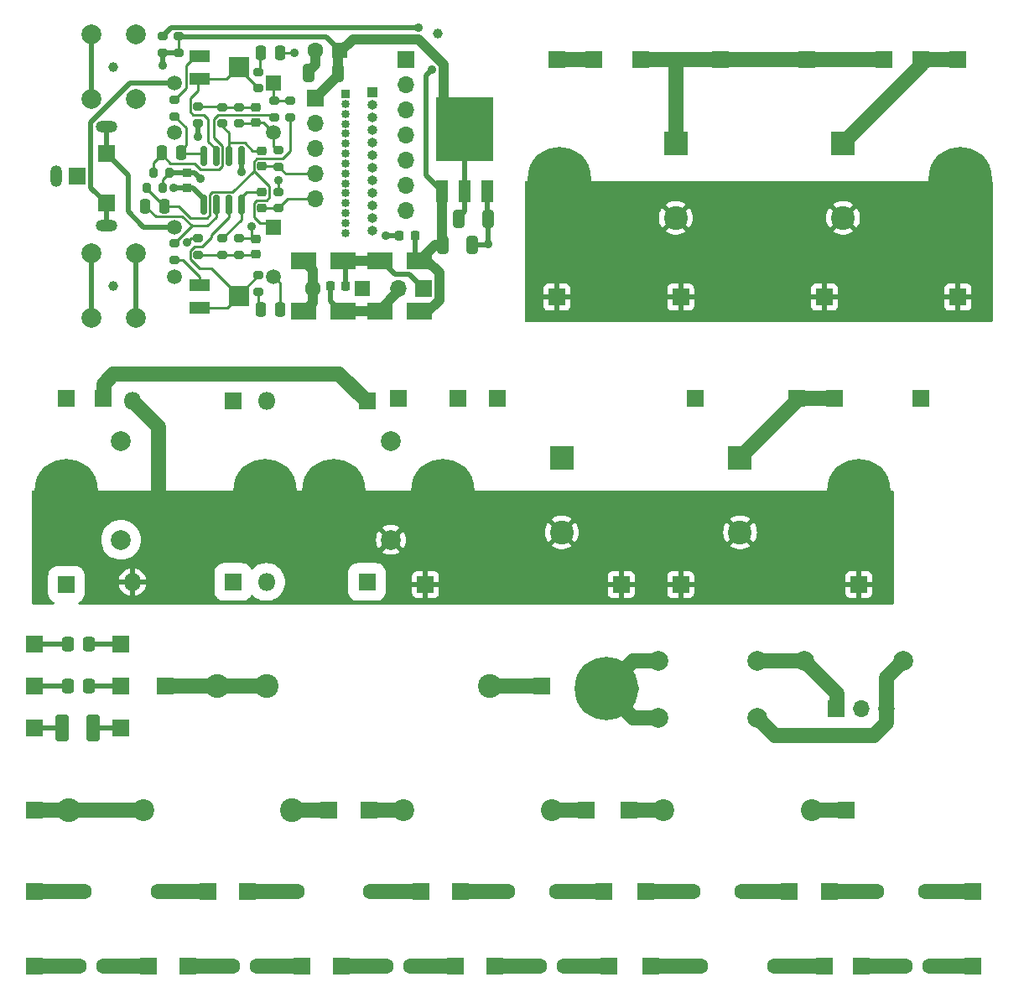
<source format=gbr>
%TF.GenerationSoftware,KiCad,Pcbnew,7.0.10-7.0.10~ubuntu22.04.1*%
%TF.CreationDate,2024-01-08T13:23:45+01:00*%
%TF.ProjectId,reparaturhelfer,72657061-7261-4747-9572-68656c666572,rev?*%
%TF.SameCoordinates,Original*%
%TF.FileFunction,Copper,L2,Bot*%
%TF.FilePolarity,Positive*%
%FSLAX46Y46*%
G04 Gerber Fmt 4.6, Leading zero omitted, Abs format (unit mm)*
G04 Created by KiCad (PCBNEW 7.0.10-7.0.10~ubuntu22.04.1) date 2024-01-08 13:23:45*
%MOMM*%
%LPD*%
G01*
G04 APERTURE LIST*
G04 Aperture macros list*
%AMRoundRect*
0 Rectangle with rounded corners*
0 $1 Rounding radius*
0 $2 $3 $4 $5 $6 $7 $8 $9 X,Y pos of 4 corners*
0 Add a 4 corners polygon primitive as box body*
4,1,4,$2,$3,$4,$5,$6,$7,$8,$9,$2,$3,0*
0 Add four circle primitives for the rounded corners*
1,1,$1+$1,$2,$3*
1,1,$1+$1,$4,$5*
1,1,$1+$1,$6,$7*
1,1,$1+$1,$8,$9*
0 Add four rect primitives between the rounded corners*
20,1,$1+$1,$2,$3,$4,$5,0*
20,1,$1+$1,$4,$5,$6,$7,0*
20,1,$1+$1,$6,$7,$8,$9,0*
20,1,$1+$1,$8,$9,$2,$3,0*%
G04 Aperture macros list end*
%TA.AperFunction,SMDPad,CuDef*%
%ADD10RoundRect,0.200000X-0.275000X0.200000X-0.275000X-0.200000X0.275000X-0.200000X0.275000X0.200000X0*%
%TD*%
%TA.AperFunction,SMDPad,CuDef*%
%ADD11RoundRect,0.200000X0.275000X-0.200000X0.275000X0.200000X-0.275000X0.200000X-0.275000X-0.200000X0*%
%TD*%
%TA.AperFunction,ComponentPad*%
%ADD12R,1.700000X1.700000*%
%TD*%
%TA.AperFunction,ComponentPad*%
%ADD13C,2.200000*%
%TD*%
%TA.AperFunction,ComponentPad*%
%ADD14R,1.000000X1.000000*%
%TD*%
%TA.AperFunction,ComponentPad*%
%ADD15O,1.000000X1.000000*%
%TD*%
%TA.AperFunction,ComponentPad*%
%ADD16C,6.400000*%
%TD*%
%TA.AperFunction,ComponentPad*%
%ADD17R,2.400000X2.400000*%
%TD*%
%TA.AperFunction,ComponentPad*%
%ADD18C,2.400000*%
%TD*%
%TA.AperFunction,ComponentPad*%
%ADD19C,1.600000*%
%TD*%
%TA.AperFunction,ComponentPad*%
%ADD20C,2.000000*%
%TD*%
%TA.AperFunction,ComponentPad*%
%ADD21R,1.800000X1.800000*%
%TD*%
%TA.AperFunction,ComponentPad*%
%ADD22O,1.800000X1.800000*%
%TD*%
%TA.AperFunction,ComponentPad*%
%ADD23R,1.600000X1.600000*%
%TD*%
%TA.AperFunction,ComponentPad*%
%ADD24O,2.200000X1.200000*%
%TD*%
%TA.AperFunction,ComponentPad*%
%ADD25O,1.200000X2.200000*%
%TD*%
%TA.AperFunction,ComponentPad*%
%ADD26O,1.700000X1.700000*%
%TD*%
%TA.AperFunction,ComponentPad*%
%ADD27R,1.520000X1.520000*%
%TD*%
%TA.AperFunction,ComponentPad*%
%ADD28C,1.520000*%
%TD*%
%TA.AperFunction,ComponentPad*%
%ADD29R,0.850000X0.850000*%
%TD*%
%TA.AperFunction,ComponentPad*%
%ADD30O,0.850000X0.850000*%
%TD*%
%TA.AperFunction,SMDPad,CuDef*%
%ADD31RoundRect,0.225000X0.250000X-0.225000X0.250000X0.225000X-0.250000X0.225000X-0.250000X-0.225000X0*%
%TD*%
%TA.AperFunction,SMDPad,CuDef*%
%ADD32RoundRect,0.225000X-0.250000X0.225000X-0.250000X-0.225000X0.250000X-0.225000X0.250000X0.225000X0*%
%TD*%
%TA.AperFunction,SMDPad,CuDef*%
%ADD33RoundRect,0.225000X0.225000X0.250000X-0.225000X0.250000X-0.225000X-0.250000X0.225000X-0.250000X0*%
%TD*%
%TA.AperFunction,SMDPad,CuDef*%
%ADD34RoundRect,0.250000X-0.250000X-0.475000X0.250000X-0.475000X0.250000X0.475000X-0.250000X0.475000X0*%
%TD*%
%TA.AperFunction,SMDPad,CuDef*%
%ADD35RoundRect,0.250000X0.250000X0.475000X-0.250000X0.475000X-0.250000X-0.475000X0.250000X-0.475000X0*%
%TD*%
%TA.AperFunction,SMDPad,CuDef*%
%ADD36RoundRect,0.250000X-0.325000X-0.650000X0.325000X-0.650000X0.325000X0.650000X-0.325000X0.650000X0*%
%TD*%
%TA.AperFunction,SMDPad,CuDef*%
%ADD37R,2.500000X1.800000*%
%TD*%
%TA.AperFunction,SMDPad,CuDef*%
%ADD38RoundRect,0.250000X-0.337500X-0.475000X0.337500X-0.475000X0.337500X0.475000X-0.337500X0.475000X0*%
%TD*%
%TA.AperFunction,SMDPad,CuDef*%
%ADD39C,1.000000*%
%TD*%
%TA.AperFunction,SMDPad,CuDef*%
%ADD40RoundRect,0.200000X0.200000X0.275000X-0.200000X0.275000X-0.200000X-0.275000X0.200000X-0.275000X0*%
%TD*%
%TA.AperFunction,SMDPad,CuDef*%
%ADD41R,1.200000X2.200000*%
%TD*%
%TA.AperFunction,SMDPad,CuDef*%
%ADD42R,5.800000X6.400000*%
%TD*%
%TA.AperFunction,SMDPad,CuDef*%
%ADD43R,2.000000X1.300000*%
%TD*%
%TA.AperFunction,SMDPad,CuDef*%
%ADD44R,2.000000X2.000000*%
%TD*%
%TA.AperFunction,SMDPad,CuDef*%
%ADD45RoundRect,0.150000X-0.150000X0.825000X-0.150000X-0.825000X0.150000X-0.825000X0.150000X0.825000X0*%
%TD*%
%TA.AperFunction,SMDPad,CuDef*%
%ADD46RoundRect,0.250000X-0.412500X-1.100000X0.412500X-1.100000X0.412500X1.100000X-0.412500X1.100000X0*%
%TD*%
%TA.AperFunction,SMDPad,CuDef*%
%ADD47RoundRect,0.250000X0.325000X0.650000X-0.325000X0.650000X-0.325000X-0.650000X0.325000X-0.650000X0*%
%TD*%
%TA.AperFunction,ViaPad*%
%ADD48C,0.900000*%
%TD*%
%TA.AperFunction,Conductor*%
%ADD49C,0.500000*%
%TD*%
%TA.AperFunction,Conductor*%
%ADD50C,0.250000*%
%TD*%
%TA.AperFunction,Conductor*%
%ADD51C,1.000000*%
%TD*%
%TA.AperFunction,Conductor*%
%ADD52C,1.500000*%
%TD*%
G04 APERTURE END LIST*
D10*
%TO.P,R204,1*%
%TO.N,+5V*%
X96800000Y-51675000D03*
%TO.P,R204,2*%
X96800000Y-53325000D03*
%TD*%
D11*
%TO.P,R203,1*%
%TO.N,+5V*%
X95200000Y-53325000D03*
%TO.P,R203,2*%
%TO.N,+8V*%
X95200000Y-51675000D03*
%TD*%
D12*
%TO.P,J422,1,Pin_1*%
%TO.N,Net-(J422-Pin_1)*%
X124750000Y-145500000D03*
%TD*%
D13*
%TO.P,C414,2*%
%TO.N,Net-(J428-Pin_1)*%
X108250000Y-129750000D03*
%TO.P,C414,1*%
%TO.N,Net-(J427-Pin_1)*%
X93250000Y-129750000D03*
%TD*%
D12*
%TO.P,J433,1,Pin_1*%
%TO.N,Net-(J433-Pin_1)*%
X95500000Y-117250000D03*
%TD*%
%TO.P,J311,1,Pin_1*%
%TO.N,Net-(J311-Pin_1)*%
X143500000Y-54000000D03*
%TD*%
%TO.P,J435,1,Pin_1*%
%TO.N,Net-(J435-Pin_1)*%
X162500000Y-138000000D03*
%TD*%
D13*
%TO.P,C410,1*%
%TO.N,Net-(J419-Pin_1)*%
X145750000Y-129750000D03*
%TO.P,C410,2*%
%TO.N,Net-(J420-Pin_1)*%
X160750000Y-129750000D03*
%TD*%
D12*
%TO.P,J304,1,Pin_1*%
%TO.N,Net-(J303-Pin_1)*%
X149000000Y-88250000D03*
%TD*%
%TO.P,J325,1,Pin_1*%
%TO.N,/Power Supply/gnd_b*%
X162000000Y-78000000D03*
%TD*%
%TO.P,J305,1,Pin_1*%
%TO.N,Net-(J303-Pin_1)*%
X171750000Y-88250000D03*
%TD*%
D14*
%TO.P,J202,1,Pin_1*%
%TO.N,unconnected-(J202-Pin_1-Pad1)*%
X116400000Y-57330000D03*
D15*
%TO.P,J202,2,Pin_2*%
%TO.N,unconnected-(J202-Pin_2-Pad2)*%
X116400000Y-58600000D03*
%TO.P,J202,3,Pin_3*%
%TO.N,unconnected-(J202-Pin_3-Pad3)*%
X116400000Y-59870000D03*
%TO.P,J202,4,Pin_4*%
%TO.N,unconnected-(J202-Pin_4-Pad4)*%
X116400000Y-61140000D03*
%TO.P,J202,5,Pin_5*%
%TO.N,unconnected-(J202-Pin_5-Pad5)*%
X116400000Y-62410000D03*
%TO.P,J202,6,Pin_6*%
%TO.N,unconnected-(J202-Pin_6-Pad6)*%
X116400000Y-63680000D03*
%TO.P,J202,7,Pin_7*%
%TO.N,unconnected-(J202-Pin_7-Pad7)*%
X116400000Y-64950000D03*
%TO.P,J202,8,Pin_8*%
%TO.N,unconnected-(J202-Pin_8-Pad8)*%
X116400000Y-66220000D03*
%TO.P,J202,9,Pin_9*%
%TO.N,unconnected-(J202-Pin_9-Pad9)*%
X116400000Y-67490000D03*
%TO.P,J202,10,Pin_10*%
%TO.N,unconnected-(J202-Pin_10-Pad10)*%
X116400000Y-68760000D03*
%TO.P,J202,11,Pin_11*%
%TO.N,unconnected-(J202-Pin_11-Pad11)*%
X116400000Y-70030000D03*
%TO.P,J202,12,Pin_12*%
%TO.N,unconnected-(J202-Pin_12-Pad12)*%
X116400000Y-71300000D03*
%TD*%
D16*
%TO.P,H304,1,1*%
%TO.N,/Power Supply/gnd_b*%
X135250000Y-66000000D03*
%TD*%
D17*
%TO.P,C305,1*%
%TO.N,Net-(J311-Pin_1)*%
X147000000Y-62487246D03*
D18*
%TO.P,C305,2*%
%TO.N,/Power Supply/gnd_b*%
X147000000Y-69987246D03*
%TD*%
D19*
%TO.P,C409,1*%
%TO.N,Net-(J417-Pin_1)*%
X101000000Y-145500000D03*
X102250000Y-145500000D03*
%TO.P,C409,2*%
%TO.N,Net-(J418-Pin_1)*%
X104750000Y-145500000D03*
X106000000Y-145500000D03*
%TD*%
D12*
%TO.P,J403,1,Pin_1*%
%TO.N,Net-(J403-Pin_1)*%
X82250000Y-138000000D03*
%TD*%
%TO.P,J416,1,Pin_1*%
%TO.N,Net-(J416-Pin_1)*%
X138000000Y-129750000D03*
%TD*%
D17*
%TO.P,C303,1*%
%TO.N,Net-(J303-Pin_1)*%
X135500000Y-94237246D03*
D18*
%TO.P,C303,2*%
%TO.N,/Power Supply/gnd_a*%
X135500000Y-101737246D03*
%TD*%
D12*
%TO.P,J432,1,Pin_1*%
%TO.N,Net-(J432-Pin_1)*%
X158500000Y-138000000D03*
%TD*%
D19*
%TO.P,C415,1*%
%TO.N,Net-(J429-Pin_1)*%
X128750000Y-138000000D03*
X130000000Y-138000000D03*
%TO.P,C415,2*%
%TO.N,Net-(J430-Pin_1)*%
X135000000Y-138000000D03*
X136250000Y-138000000D03*
%TD*%
D20*
%TO.P,C501,1*%
%TO.N,Net-(J501-Pin_1)*%
X155250000Y-114750000D03*
%TO.P,C501,2*%
%TO.N,Earth*%
X145250000Y-114750000D03*
%TD*%
D21*
%TO.P,D304,1,K*%
%TO.N,Net-(D302-A)*%
X102330000Y-106750000D03*
D22*
%TO.P,D304,2,A*%
%TO.N,/Power Supply/gnd_a*%
X92170000Y-106750000D03*
%TD*%
D16*
%TO.P,H303,1,1*%
%TO.N,/Power Supply/gnd_a*%
X112500000Y-97500000D03*
%TD*%
D19*
%TO.P,C419,1*%
%TO.N,Net-(J435-Pin_1)*%
X166000000Y-138000000D03*
X167250000Y-138000000D03*
%TO.P,C419,2*%
%TO.N,Net-(J436-Pin_1)*%
X172250000Y-138000000D03*
X173500000Y-138000000D03*
%TD*%
D20*
%TO.P,SW202,1,1*%
%TO.N,unconnected-(SW202-Pad1)*%
X88000000Y-80100000D03*
X88000000Y-73600000D03*
%TO.P,SW202,2,2*%
%TO.N,unconnected-(SW202-Pad2)*%
X92500000Y-80100000D03*
X92500000Y-73600000D03*
%TD*%
%TO.P,SW201,1,1*%
%TO.N,unconnected-(SW201-Pad1)*%
X88000000Y-58000000D03*
X88000000Y-51500000D03*
%TO.P,SW201,2,2*%
%TO.N,unconnected-(SW201-Pad2)*%
X92500000Y-58000000D03*
X92500000Y-51500000D03*
%TD*%
D18*
%TO.P,C420,1*%
%TO.N,Net-(J433-Pin_1)*%
X100750000Y-117250000D03*
%TO.P,C420,2*%
%TO.N,Net-(J434-Pin_1)*%
X128250000Y-117250000D03*
%TD*%
D16*
%TO.P,H501,1,1*%
%TO.N,Earth*%
X140000000Y-117500000D03*
%TD*%
D12*
%TO.P,J302,1,Pin_1*%
%TO.N,Net-(D301-K)*%
X119000000Y-88250000D03*
%TD*%
%TO.P,J428,1,Pin_1*%
%TO.N,Net-(J428-Pin_1)*%
X112000000Y-129750000D03*
%TD*%
%TO.P,J417,1,Pin_1*%
%TO.N,Net-(J417-Pin_1)*%
X97750000Y-145500000D03*
%TD*%
%TO.P,J411,1,Pin_1*%
%TO.N,Net-(J411-Pin_1)*%
X144500000Y-145500000D03*
%TD*%
%TO.P,J314,1,Pin_1*%
%TO.N,Net-(J311-Pin_1)*%
X168000000Y-54000000D03*
%TD*%
%TO.P,J320,1,Pin_1*%
%TO.N,/Power Supply/gnd_a*%
X141500000Y-107000000D03*
%TD*%
%TO.P,J415,1,Pin_1*%
%TO.N,Net-(J415-Pin_1)*%
X116000000Y-129750000D03*
%TD*%
%TO.P,J316,1,Pin_1*%
%TO.N,Net-(J315-Pin_1)*%
X175500000Y-54000000D03*
%TD*%
%TO.P,J307,1,Pin_1*%
%TO.N,Net-(J307-Pin_1)*%
X163000000Y-88250000D03*
%TD*%
%TO.P,J409,1,Pin_1*%
%TO.N,Net-(J409-Pin_1)*%
X82250000Y-121500000D03*
%TD*%
D21*
%TO.P,D303,1,K*%
%TO.N,Net-(D301-A)*%
X102330000Y-88500000D03*
D22*
%TO.P,D303,2,A*%
%TO.N,/Power Supply/gnd_a*%
X92170000Y-88500000D03*
%TD*%
D12*
%TO.P,J405,1,Pin_1*%
%TO.N,Net-(J405-Pin_1)*%
X82250000Y-117250000D03*
%TD*%
%TO.P,J410,1,Pin_1*%
%TO.N,Net-(J410-Pin_1)*%
X91000000Y-121500000D03*
%TD*%
D21*
%TO.P,D301,1,K*%
%TO.N,Net-(D301-K)*%
X115830000Y-88500000D03*
D22*
%TO.P,D301,2,A*%
%TO.N,Net-(D301-A)*%
X105670000Y-88500000D03*
%TD*%
D12*
%TO.P,J426,1,Pin_1*%
%TO.N,Net-(J426-Pin_1)*%
X140250000Y-145500000D03*
%TD*%
D23*
%TO.P,C211,1*%
%TO.N,+5V*%
X113105112Y-53100000D03*
D19*
%TO.P,C211,2*%
%TO.N,GND*%
X110605112Y-53100000D03*
%TD*%
%TO.P,C407,1*%
%TO.N,Net-(J413-Pin_1)*%
X85500000Y-145500000D03*
X86750000Y-145500000D03*
%TO.P,C407,2*%
%TO.N,Net-(J414-Pin_1)*%
X89250000Y-145500000D03*
X90500000Y-145500000D03*
%TD*%
D12*
%TO.P,J318,1,Pin_1*%
%TO.N,Net-(D302-A)*%
X85500000Y-107000000D03*
%TD*%
D24*
%TO.P,J206,R*%
%TO.N,/Bluetooth/audio_rechts*%
X89500000Y-60800000D03*
D25*
%TO.P,J206,S*%
%TO.N,/Bluetooth/audio_gnd*%
X84500000Y-65800000D03*
D24*
%TO.P,J206,T*%
%TO.N,/Bluetooth/audio_links*%
X89500000Y-70800000D03*
%TD*%
D12*
%TO.P,J429,1,Pin_1*%
%TO.N,Net-(J429-Pin_1)*%
X125250000Y-138000000D03*
%TD*%
%TO.P,J401,1,Pin_1*%
%TO.N,Net-(J401-Pin_1)*%
X82250000Y-113000000D03*
%TD*%
D19*
%TO.P,C412,2*%
%TO.N,Net-(J424-Pin_1)*%
X173900000Y-145500000D03*
X172650000Y-145500000D03*
%TO.P,C412,1*%
%TO.N,Net-(J423-Pin_1)*%
X170150000Y-145500000D03*
X168900000Y-145500000D03*
%TD*%
%TO.P,C406,1*%
%TO.N,Net-(J411-Pin_1)*%
X148250000Y-145500000D03*
X149500000Y-145500000D03*
%TO.P,C406,2*%
%TO.N,Net-(J412-Pin_1)*%
X157000000Y-145500000D03*
X158250000Y-145500000D03*
%TD*%
D23*
%TO.P,C204,1*%
%TO.N,+8V*%
X115402651Y-77100000D03*
D19*
%TO.P,C204,2*%
%TO.N,GND*%
X110402651Y-77100000D03*
%TD*%
D12*
%TO.P,J412,1,Pin_1*%
%TO.N,Net-(J412-Pin_1)*%
X162000000Y-145500000D03*
%TD*%
%TO.P,J425,1,Pin_1*%
%TO.N,Net-(J425-Pin_1)*%
X128750000Y-145500000D03*
%TD*%
%TO.P,J310,1,Pin_1*%
%TO.N,Net-(J309-Pin_1)*%
X135000000Y-54000000D03*
%TD*%
%TO.P,J326,1,Pin_1*%
%TO.N,/Power Supply/gnd_b*%
X175500000Y-78000000D03*
%TD*%
%TO.P,J308,1,Pin_1*%
%TO.N,Net-(J307-Pin_1)*%
X159250000Y-88250000D03*
%TD*%
D19*
%TO.P,C402,1*%
%TO.N,Net-(J403-Pin_1)*%
X86000000Y-138000000D03*
X87250000Y-138000000D03*
%TO.P,C402,2*%
%TO.N,Net-(J404-Pin_1)*%
X94750000Y-138000000D03*
X96000000Y-138000000D03*
%TD*%
%TO.P,C404,1*%
%TO.N,Net-(J407-Pin_1)*%
X107500000Y-138000000D03*
X108750000Y-138000000D03*
%TO.P,C404,2*%
%TO.N,Net-(J408-Pin_1)*%
X116250000Y-138000000D03*
X117500000Y-138000000D03*
%TD*%
D12*
%TO.P,J208,1,Pin_1*%
%TO.N,/Bluetooth/audio_rechts*%
X89500000Y-63500000D03*
%TD*%
%TO.P,J419,1,Pin_1*%
%TO.N,Net-(J419-Pin_1)*%
X142250000Y-129750000D03*
%TD*%
%TO.P,J209,1,Pin_1*%
%TO.N,/Bluetooth/audio_gnd*%
X86600000Y-65800000D03*
%TD*%
D16*
%TO.P,H302,1,1*%
%TO.N,/Power Supply/gnd_a*%
X105500000Y-97500000D03*
%TD*%
D12*
%TO.P,J418,1,Pin_1*%
%TO.N,Net-(J418-Pin_1)*%
X109250000Y-145500000D03*
%TD*%
%TO.P,J312,1,Pin_1*%
%TO.N,Net-(J311-Pin_1)*%
X151500000Y-54000000D03*
%TD*%
D16*
%TO.P,H305,1,1*%
%TO.N,/Power Supply/gnd_a*%
X123500000Y-97500000D03*
%TD*%
D12*
%TO.P,J413,1,Pin_1*%
%TO.N,Net-(J413-Pin_1)*%
X82250000Y-145500000D03*
%TD*%
%TO.P,J313,1,Pin_1*%
%TO.N,Net-(J311-Pin_1)*%
X160250000Y-54000000D03*
%TD*%
D20*
%TO.P,C301,1*%
%TO.N,Net-(D301-A)*%
X91000000Y-92500000D03*
%TO.P,C301,2*%
%TO.N,Net-(D302-A)*%
X91000000Y-102500000D03*
%TD*%
D12*
%TO.P,J324,1,Pin_1*%
%TO.N,/Power Supply/gnd_b*%
X147500000Y-78000000D03*
%TD*%
%TO.P,J406,1,Pin_1*%
%TO.N,Net-(J406-Pin_1)*%
X91000000Y-117250000D03*
%TD*%
%TO.P,J431,1,Pin_1*%
%TO.N,Net-(J431-Pin_1)*%
X144000000Y-138000000D03*
%TD*%
D13*
%TO.P,C408,1*%
%TO.N,Net-(J415-Pin_1)*%
X119500000Y-129750000D03*
%TO.P,C408,2*%
%TO.N,Net-(J416-Pin_1)*%
X134500000Y-129750000D03*
%TD*%
D19*
%TO.P,C417,1*%
%TO.N,Net-(J431-Pin_1)*%
X147500000Y-138000000D03*
X148750000Y-138000000D03*
%TO.P,C417,2*%
%TO.N,Net-(J432-Pin_1)*%
X153750000Y-138000000D03*
X155000000Y-138000000D03*
%TD*%
D12*
%TO.P,J204,1,Pin_1*%
%TO.N,unconnected-(J204-Pin_1-Pad1)*%
X119800000Y-54000000D03*
D26*
%TO.P,J204,2,Pin_2*%
%TO.N,unconnected-(J204-Pin_2-Pad2)*%
X119800000Y-56540000D03*
%TO.P,J204,3,Pin_3*%
%TO.N,unconnected-(J204-Pin_3-Pad3)*%
X119800000Y-59080000D03*
%TO.P,J204,4,Pin_4*%
%TO.N,unconnected-(J204-Pin_4-Pad4)*%
X119800000Y-61620000D03*
%TO.P,J204,5,Pin_5*%
%TO.N,unconnected-(J204-Pin_5-Pad5)*%
X119800000Y-64160000D03*
%TO.P,J204,6,Pin_6*%
%TO.N,unconnected-(J204-Pin_6-Pad6)*%
X119800000Y-66700000D03*
%TO.P,J204,7,Pin_7*%
%TO.N,unconnected-(J204-Pin_7-Pad7)*%
X119800000Y-69240000D03*
%TD*%
D27*
%TO.P,T202,1,AA*%
%TO.N,/Bluetooth/amp_rechts*%
X106400000Y-70900000D03*
D28*
%TO.P,T202,2,AB*%
%TO.N,GND*%
X106400000Y-75900000D03*
%TO.P,T202,3,SA*%
%TO.N,/Bluetooth/audio_gnd*%
X96400000Y-75900000D03*
%TO.P,T202,4,SB*%
%TO.N,/Bluetooth/audio_rechts*%
X96400000Y-70900000D03*
%TD*%
D20*
%TO.P,C502,1*%
%TO.N,Net-(J501-Pin_1)*%
X160000000Y-114750000D03*
%TO.P,C502,2*%
%TO.N,Net-(J501-Pin_3)*%
X170000000Y-114750000D03*
%TD*%
D12*
%TO.P,J321,1,Pin_1*%
%TO.N,/Power Supply/gnd_a*%
X147500000Y-107000000D03*
%TD*%
D27*
%TO.P,T201,1,AA*%
%TO.N,Net-(T201-AA)*%
X106400000Y-56400000D03*
D28*
%TO.P,T201,2,AB*%
%TO.N,GND*%
X106400000Y-61400000D03*
%TO.P,T201,3,SA*%
%TO.N,/Bluetooth/audio_gnd*%
X96400000Y-61400000D03*
%TO.P,T201,4,SB*%
%TO.N,/Bluetooth/audio_links*%
X96400000Y-56400000D03*
%TD*%
D12*
%TO.P,J427,1,Pin_1*%
%TO.N,Net-(J427-Pin_1)*%
X82250000Y-129750000D03*
%TD*%
%TO.P,J436,1,Pin_1*%
%TO.N,Net-(J436-Pin_1)*%
X177000000Y-138000000D03*
%TD*%
D19*
%TO.P,C411,1*%
%TO.N,Net-(J421-Pin_1)*%
X116500000Y-145500000D03*
X117750000Y-145500000D03*
%TO.P,C411,2*%
%TO.N,Net-(J422-Pin_1)*%
X120250000Y-145500000D03*
X121500000Y-145500000D03*
%TD*%
D20*
%TO.P,C302,1*%
%TO.N,Net-(D301-K)*%
X118250000Y-92500000D03*
%TO.P,C302,2*%
%TO.N,/Power Supply/gnd_a*%
X118250000Y-102500000D03*
%TD*%
D12*
%TO.P,J317,1,Pin_1*%
%TO.N,Net-(D301-A)*%
X85500000Y-88250000D03*
%TD*%
%TO.P,J309,1,Pin_1*%
%TO.N,Net-(J309-Pin_1)*%
X138750000Y-54000000D03*
%TD*%
%TO.P,J301,1,Pin_1*%
%TO.N,Net-(D301-K)*%
X89200000Y-88250000D03*
%TD*%
%TO.P,J404,1,Pin_1*%
%TO.N,Net-(J404-Pin_1)*%
X99750000Y-138000000D03*
%TD*%
D29*
%TO.P,J203,1,Pin_1*%
%TO.N,unconnected-(J203-Pin_1-Pad1)*%
X113700000Y-57500000D03*
D30*
%TO.P,J203,2,Pin_2*%
%TO.N,unconnected-(J203-Pin_2-Pad2)*%
X113700000Y-58500000D03*
%TO.P,J203,3,Pin_3*%
%TO.N,unconnected-(J203-Pin_3-Pad3)*%
X113700000Y-59500000D03*
%TO.P,J203,4,Pin_4*%
%TO.N,unconnected-(J203-Pin_4-Pad4)*%
X113700000Y-60500000D03*
%TO.P,J203,5,Pin_5*%
%TO.N,unconnected-(J203-Pin_5-Pad5)*%
X113700000Y-61500000D03*
%TO.P,J203,6,Pin_6*%
%TO.N,unconnected-(J203-Pin_6-Pad6)*%
X113700000Y-62500000D03*
%TO.P,J203,7,Pin_7*%
%TO.N,unconnected-(J203-Pin_7-Pad7)*%
X113700000Y-63500000D03*
%TO.P,J203,8,Pin_8*%
%TO.N,unconnected-(J203-Pin_8-Pad8)*%
X113700000Y-64500000D03*
%TO.P,J203,9,Pin_9*%
%TO.N,unconnected-(J203-Pin_9-Pad9)*%
X113700000Y-65500000D03*
%TO.P,J203,10,Pin_10*%
%TO.N,unconnected-(J203-Pin_10-Pad10)*%
X113700000Y-66500000D03*
%TO.P,J203,11,Pin_11*%
%TO.N,unconnected-(J203-Pin_11-Pad11)*%
X113700000Y-67500000D03*
%TO.P,J203,12,Pin_12*%
%TO.N,unconnected-(J203-Pin_12-Pad12)*%
X113700000Y-68500000D03*
%TO.P,J203,13,Pin_13*%
%TO.N,unconnected-(J203-Pin_13-Pad13)*%
X113700000Y-69500000D03*
%TO.P,J203,14,Pin_14*%
%TO.N,unconnected-(J203-Pin_14-Pad14)*%
X113700000Y-70500000D03*
%TO.P,J203,15,Pin_15*%
%TO.N,unconnected-(J203-Pin_15-Pad15)*%
X113700000Y-71500000D03*
%TD*%
D12*
%TO.P,J207,1,Pin_1*%
%TO.N,/Bluetooth/audio_links*%
X89500000Y-68500000D03*
%TD*%
%TO.P,J501,1,Pin_1*%
%TO.N,Net-(J501-Pin_1)*%
X163225000Y-119500000D03*
D26*
%TO.P,J501,2,Pin_2*%
%TO.N,unconnected-(J501-Pin_2-Pad2)*%
X165765000Y-119500000D03*
%TO.P,J501,3,Pin_3*%
%TO.N,Net-(J501-Pin_3)*%
X168305000Y-119500000D03*
%TD*%
D12*
%TO.P,J424,1,Pin_1*%
%TO.N,Net-(J424-Pin_1)*%
X177000000Y-145500000D03*
%TD*%
%TO.P,J205,1,Pin_1*%
%TO.N,+5V*%
X110600000Y-57925000D03*
D26*
%TO.P,J205,2,Pin_2*%
%TO.N,GND*%
X110600000Y-60465000D03*
%TO.P,J205,3,Pin_3*%
X110600000Y-63005000D03*
%TO.P,J205,4,Pin_4*%
%TO.N,Net-(J205-Pin_4)*%
X110600000Y-65545000D03*
%TO.P,J205,5,Pin_5*%
%TO.N,Net-(J205-Pin_5)*%
X110600000Y-68085000D03*
%TD*%
D18*
%TO.P,C418,1*%
%TO.N,Net-(J433-Pin_1)*%
X105750000Y-117250000D03*
%TO.P,C418,2*%
%TO.N,Net-(J434-Pin_1)*%
X128250000Y-117250000D03*
%TD*%
D16*
%TO.P,H307,1,1*%
%TO.N,/Power Supply/gnd_a*%
X165500000Y-97500000D03*
%TD*%
D12*
%TO.P,J306,1,Pin_1*%
%TO.N,Net-(J303-Pin_1)*%
X129000000Y-88250000D03*
%TD*%
%TO.P,J420,1,Pin_1*%
%TO.N,Net-(J420-Pin_1)*%
X164250000Y-129750000D03*
%TD*%
D18*
%TO.P,C416,1*%
%TO.N,Net-(J427-Pin_1)*%
X85750000Y-129750000D03*
%TO.P,C416,2*%
%TO.N,Net-(J428-Pin_1)*%
X108250000Y-129750000D03*
%TD*%
D12*
%TO.P,J323,1,Pin_1*%
%TO.N,/Power Supply/gnd_b*%
X135000000Y-78000000D03*
%TD*%
%TO.P,J430,1,Pin_1*%
%TO.N,Net-(J430-Pin_1)*%
X139750000Y-138000000D03*
%TD*%
%TO.P,J414,1,Pin_1*%
%TO.N,Net-(J414-Pin_1)*%
X93750000Y-145500000D03*
%TD*%
D16*
%TO.P,H301,1,1*%
%TO.N,/Power Supply/gnd_a*%
X85500000Y-97500000D03*
%TD*%
D12*
%TO.P,J319,1,Pin_1*%
%TO.N,/Power Supply/gnd_a*%
X121750000Y-107000000D03*
%TD*%
%TO.P,J201,1,Pin_1*%
%TO.N,6\u002C3V_AC*%
X121575000Y-77100000D03*
D26*
%TO.P,J201,2,Pin_2*%
%TO.N,Earth*%
X119035000Y-77100000D03*
%TD*%
D12*
%TO.P,J303,1,Pin_1*%
%TO.N,Net-(J303-Pin_1)*%
X125000000Y-88250000D03*
%TD*%
%TO.P,J402,1,Pin_1*%
%TO.N,Net-(J402-Pin_1)*%
X91000000Y-113000000D03*
%TD*%
D20*
%TO.P,C503,1*%
%TO.N,Net-(J501-Pin_3)*%
X155250000Y-120500000D03*
%TO.P,C503,2*%
%TO.N,Earth*%
X145250000Y-120500000D03*
%TD*%
D17*
%TO.P,C306,1*%
%TO.N,Net-(J315-Pin_1)*%
X163900000Y-62487246D03*
D18*
%TO.P,C306,2*%
%TO.N,/Power Supply/gnd_b*%
X163900000Y-69987246D03*
%TD*%
D19*
%TO.P,C413,1*%
%TO.N,Net-(J425-Pin_1)*%
X132000000Y-145500000D03*
X133250000Y-145500000D03*
%TO.P,C413,2*%
%TO.N,Net-(J426-Pin_1)*%
X135750000Y-145500000D03*
X137000000Y-145500000D03*
%TD*%
D21*
%TO.P,D302,1,K*%
%TO.N,Net-(D301-K)*%
X115830000Y-106750000D03*
D22*
%TO.P,D302,2,A*%
%TO.N,Net-(D302-A)*%
X105670000Y-106750000D03*
%TD*%
D12*
%TO.P,J408,1,Pin_1*%
%TO.N,Net-(J408-Pin_1)*%
X121250000Y-138000000D03*
%TD*%
%TO.P,J407,1,Pin_1*%
%TO.N,Net-(J407-Pin_1)*%
X103750000Y-138000000D03*
%TD*%
D17*
%TO.P,C304,1*%
%TO.N,Net-(J307-Pin_1)*%
X153500000Y-94237246D03*
D18*
%TO.P,C304,2*%
%TO.N,/Power Supply/gnd_a*%
X153500000Y-101737246D03*
%TD*%
D12*
%TO.P,J423,1,Pin_1*%
%TO.N,Net-(J423-Pin_1)*%
X165750000Y-145500000D03*
%TD*%
%TO.P,J434,1,Pin_1*%
%TO.N,Net-(J434-Pin_1)*%
X133500000Y-117250000D03*
%TD*%
%TO.P,J315,1,Pin_1*%
%TO.N,Net-(J315-Pin_1)*%
X171750000Y-54000000D03*
%TD*%
%TO.P,J322,1,Pin_1*%
%TO.N,/Power Supply/gnd_a*%
X165500000Y-107000000D03*
%TD*%
D16*
%TO.P,H306,1,1*%
%TO.N,/Power Supply/gnd_b*%
X175750000Y-66000000D03*
%TD*%
D12*
%TO.P,J421,1,Pin_1*%
%TO.N,Net-(J421-Pin_1)*%
X113250000Y-145500000D03*
%TD*%
D31*
%TO.P,C213,1*%
%TO.N,Net-(C213-Pad1)*%
X104600000Y-73675000D03*
%TO.P,C213,2*%
%TO.N,GND*%
X104600000Y-72125000D03*
%TD*%
D32*
%TO.P,C216,1*%
%TO.N,/Bluetooth/links*%
X105200000Y-63225000D03*
%TO.P,C216,2*%
%TO.N,Net-(J205-Pin_4)*%
X105200000Y-64775000D03*
%TD*%
D11*
%TO.P,R215,1*%
%TO.N,Net-(C214-Pad2)*%
X104900000Y-77425000D03*
%TO.P,R215,2*%
%TO.N,Net-(U202B--)*%
X104900000Y-75775000D03*
%TD*%
D10*
%TO.P,R218,1*%
%TO.N,GND*%
X106900000Y-67375000D03*
%TO.P,R218,2*%
%TO.N,Net-(J205-Pin_5)*%
X106900000Y-69025000D03*
%TD*%
D33*
%TO.P,C207,1*%
%TO.N,6\u002C3V_AC*%
X113675000Y-76900000D03*
%TO.P,C207,2*%
%TO.N,Earth*%
X112125000Y-76900000D03*
%TD*%
D34*
%TO.P,C202,1*%
%TO.N,/Bluetooth/amp_links*%
X95150000Y-63400000D03*
%TO.P,C202,2*%
%TO.N,Net-(C202-Pad2)*%
X97050000Y-63400000D03*
%TD*%
D35*
%TO.P,C212,1*%
%TO.N,/Bluetooth/amp_rechts*%
X95350000Y-68800000D03*
%TO.P,C212,2*%
%TO.N,Net-(C212-Pad2)*%
X93450000Y-68800000D03*
%TD*%
D11*
%TO.P,R209,1*%
%TO.N,/Bluetooth/amp_links*%
X106500000Y-59825000D03*
%TO.P,R209,2*%
%TO.N,Net-(T201-AA)*%
X106500000Y-58175000D03*
%TD*%
D10*
%TO.P,R207,1*%
%TO.N,Net-(C209-Pad2)*%
X104900000Y-55275000D03*
%TO.P,R207,2*%
%TO.N,Net-(U202A--)*%
X104900000Y-56925000D03*
%TD*%
%TO.P,R211,1*%
%TO.N,Net-(C212-Pad2)*%
X96400000Y-72575000D03*
%TO.P,R211,2*%
%TO.N,Net-(R211-Pad2)*%
X96400000Y-74225000D03*
%TD*%
D33*
%TO.P,C203,1*%
%TO.N,+8V*%
X120675000Y-71800000D03*
%TO.P,C203,2*%
%TO.N,GND*%
X119125000Y-71800000D03*
%TD*%
D36*
%TO.P,C205,1*%
%TO.N,+8V*%
X123525000Y-72700000D03*
%TO.P,C205,2*%
%TO.N,GND*%
X126475000Y-72700000D03*
%TD*%
D37*
%TO.P,D201,1,K*%
%TO.N,+8V*%
X121100000Y-74300000D03*
%TO.P,D201,2,A*%
%TO.N,6\u002C3V_AC*%
X117100000Y-74300000D03*
%TD*%
D38*
%TO.P,C401,1*%
%TO.N,Net-(J401-Pin_1)*%
X85662500Y-113000000D03*
%TO.P,C401,2*%
%TO.N,Net-(J402-Pin_1)*%
X87737500Y-113000000D03*
%TD*%
D10*
%TO.P,R205,1*%
%TO.N,Net-(C208-Pad2)*%
X101200000Y-58800000D03*
%TO.P,R205,2*%
%TO.N,/Bluetooth/links*%
X101200000Y-60450000D03*
%TD*%
D35*
%TO.P,C209,1*%
%TO.N,GND*%
X107050000Y-53300000D03*
%TO.P,C209,2*%
%TO.N,Net-(C209-Pad2)*%
X105150000Y-53300000D03*
%TD*%
D11*
%TO.P,R201,1*%
%TO.N,Net-(C202-Pad2)*%
X96400000Y-59725000D03*
%TO.P,R201,2*%
%TO.N,Net-(R201-Pad2)*%
X96400000Y-58075000D03*
%TD*%
%TO.P,R212,1*%
%TO.N,Net-(C213-Pad1)*%
X98800000Y-73725000D03*
%TO.P,R212,2*%
%TO.N,+5V*%
X98800000Y-72075000D03*
%TD*%
D39*
%TO.P,FID202,*%
%TO.N,*%
X90250000Y-54750000D03*
%TD*%
D10*
%TO.P,R206,1*%
%TO.N,Net-(C208-Pad2)*%
X102900000Y-58800000D03*
%TO.P,R206,2*%
%TO.N,GND*%
X102900000Y-60450000D03*
%TD*%
D38*
%TO.P,C403,1*%
%TO.N,Net-(J405-Pin_1)*%
X85662500Y-117250000D03*
%TO.P,C403,2*%
%TO.N,Net-(J406-Pin_1)*%
X87737500Y-117250000D03*
%TD*%
D31*
%TO.P,C208,1*%
%TO.N,GND*%
X104600000Y-60400000D03*
%TO.P,C208,2*%
%TO.N,Net-(C208-Pad2)*%
X104600000Y-58850000D03*
%TD*%
D10*
%TO.P,R202,1*%
%TO.N,Net-(C208-Pad2)*%
X98800000Y-58775000D03*
%TO.P,R202,2*%
%TO.N,+5V*%
X98800000Y-60425000D03*
%TD*%
D40*
%TO.P,R216,1*%
%TO.N,GND*%
X95225000Y-67000000D03*
%TO.P,R216,2*%
%TO.N,/Bluetooth/amp_rechts*%
X93575000Y-67000000D03*
%TD*%
D41*
%TO.P,U201,1,GND*%
%TO.N,GND*%
X127980000Y-67300000D03*
%TO.P,U201,2,VO*%
%TO.N,+5V*%
X125700000Y-67300000D03*
D42*
X125700000Y-61000000D03*
D41*
%TO.P,U201,3,VI*%
%TO.N,+8V*%
X123420000Y-67300000D03*
%TD*%
D39*
%TO.P,FID203,*%
%TO.N,*%
X123000000Y-51400000D03*
%TD*%
%TO.P,FID201,*%
%TO.N,*%
X90250000Y-76850000D03*
%TD*%
D36*
%TO.P,C206,1*%
%TO.N,+5V*%
X125125000Y-70100000D03*
%TO.P,C206,2*%
%TO.N,GND*%
X128075000Y-70100000D03*
%TD*%
D43*
%TO.P,RV202,1,1*%
%TO.N,Net-(R211-Pad2)*%
X98900000Y-76750000D03*
D44*
%TO.P,RV202,2,2*%
%TO.N,Net-(U202B--)*%
X102900000Y-77900000D03*
D43*
%TO.P,RV202,3,3*%
X98900000Y-79050000D03*
%TD*%
D11*
%TO.P,R214,1*%
%TO.N,Net-(C213-Pad1)*%
X102900000Y-73725000D03*
%TO.P,R214,2*%
%TO.N,GND*%
X102900000Y-72075000D03*
%TD*%
D31*
%TO.P,C201,1*%
%TO.N,+5V*%
X97630000Y-66950000D03*
%TO.P,C201,2*%
%TO.N,GND*%
X97630000Y-65400000D03*
%TD*%
D45*
%TO.P,U202,1*%
%TO.N,Net-(C202-Pad2)*%
X99320000Y-63725000D03*
%TO.P,U202,2,-*%
%TO.N,Net-(U202A--)*%
X100590000Y-63725000D03*
%TO.P,U202,3,+*%
%TO.N,/Bluetooth/links*%
X101860000Y-63725000D03*
%TO.P,U202,4,V-*%
%TO.N,GND*%
X103130000Y-63725000D03*
%TO.P,U202,5,+*%
%TO.N,/Bluetooth/rechts*%
X103130000Y-68675000D03*
%TO.P,U202,6,-*%
%TO.N,Net-(U202B--)*%
X101860000Y-68675000D03*
%TO.P,U202,7*%
%TO.N,Net-(C212-Pad2)*%
X100590000Y-68675000D03*
%TO.P,U202,8,V+*%
%TO.N,+5V*%
X99320000Y-68675000D03*
%TD*%
D40*
%TO.P,R208,1*%
%TO.N,GND*%
X95925000Y-65400000D03*
%TO.P,R208,2*%
%TO.N,/Bluetooth/amp_links*%
X94275000Y-65400000D03*
%TD*%
D32*
%TO.P,C215,1*%
%TO.N,/Bluetooth/rechts*%
X105200000Y-67425000D03*
%TO.P,C215,2*%
%TO.N,Net-(J205-Pin_5)*%
X105200000Y-68975000D03*
%TD*%
D37*
%TO.P,D203,1,K*%
%TO.N,6\u002C3V_AC*%
X113400000Y-74300000D03*
%TO.P,D203,2,A*%
%TO.N,GND*%
X109400000Y-74300000D03*
%TD*%
%TO.P,D202,1,K*%
%TO.N,+8V*%
X121100000Y-79400000D03*
%TO.P,D202,2,A*%
%TO.N,Earth*%
X117100000Y-79400000D03*
%TD*%
D11*
%TO.P,R213,1*%
%TO.N,Net-(C213-Pad1)*%
X101200000Y-73725000D03*
%TO.P,R213,2*%
%TO.N,/Bluetooth/rechts*%
X101200000Y-72075000D03*
%TD*%
D35*
%TO.P,C214,1*%
%TO.N,GND*%
X107050000Y-79200000D03*
%TO.P,C214,2*%
%TO.N,Net-(C214-Pad2)*%
X105150000Y-79200000D03*
%TD*%
D46*
%TO.P,C405,1*%
%TO.N,Net-(J409-Pin_1)*%
X85037500Y-121500000D03*
%TO.P,C405,2*%
%TO.N,Net-(J410-Pin_1)*%
X88162500Y-121500000D03*
%TD*%
D47*
%TO.P,C210,1*%
%TO.N,+5V*%
X112875000Y-55400000D03*
%TO.P,C210,2*%
%TO.N,GND*%
X109925000Y-55400000D03*
%TD*%
D43*
%TO.P,RV201,1,1*%
%TO.N,Net-(R201-Pad2)*%
X98900000Y-53650000D03*
D44*
%TO.P,RV201,2,2*%
%TO.N,Net-(U202A--)*%
X102900000Y-54800000D03*
D43*
%TO.P,RV201,3,3*%
X98900000Y-55950000D03*
%TD*%
D11*
%TO.P,R210,1*%
%TO.N,/Bluetooth/amp_rechts*%
X108100000Y-59825000D03*
%TO.P,R210,2*%
%TO.N,Net-(T201-AA)*%
X108100000Y-58175000D03*
%TD*%
D37*
%TO.P,D204,1,K*%
%TO.N,Earth*%
X113400000Y-79400000D03*
%TO.P,D204,2,A*%
%TO.N,GND*%
X109400000Y-79400000D03*
%TD*%
D10*
%TO.P,R217,1*%
%TO.N,GND*%
X106900000Y-63175000D03*
%TO.P,R217,2*%
%TO.N,Net-(J205-Pin_4)*%
X106900000Y-64825000D03*
%TD*%
D48*
%TO.N,+8V*%
X121000000Y-50800000D03*
X122400000Y-55000000D03*
%TO.N,+5V*%
X95200000Y-54600000D03*
X97700000Y-72500000D03*
X98800000Y-61800000D03*
X96300000Y-66950000D03*
%TO.N,GND*%
X99000000Y-66000000D03*
X117750000Y-71800000D03*
X106900000Y-66200000D03*
X128075000Y-72675000D03*
X103130000Y-65370000D03*
X108500000Y-53300000D03*
X104226992Y-70823008D03*
%TO.N,+8V*%
X123125000Y-77800000D03*
%TD*%
D49*
%TO.N,GND*%
X119125000Y-71800000D02*
X117750000Y-71800000D01*
D50*
%TO.N,+5V*%
X97700000Y-72500000D02*
X98125000Y-72075000D01*
X98125000Y-72075000D02*
X98800000Y-72075000D01*
%TO.N,GND*%
X104226992Y-70823008D02*
X104226992Y-71826992D01*
X104226992Y-71826992D02*
X104525000Y-72125000D01*
X104525000Y-72125000D02*
X104600000Y-72125000D01*
D49*
%TO.N,+5V*%
X97630000Y-66950000D02*
X96300000Y-66950000D01*
%TO.N,GND*%
X99000000Y-66000000D02*
X98400000Y-65400000D01*
X98400000Y-65400000D02*
X97630000Y-65400000D01*
D50*
%TO.N,/Bluetooth/amp_rechts*%
X104400000Y-65234052D02*
X102259052Y-67375000D01*
X102259052Y-67375000D02*
X100239092Y-67375000D01*
X96811396Y-68800000D02*
X95300000Y-68800000D01*
X100239092Y-67375000D02*
X99945000Y-67669092D01*
X99945000Y-67669092D02*
X99945000Y-69700908D01*
X99945000Y-69700908D02*
X99670908Y-69975000D01*
X99670908Y-69975000D02*
X97986396Y-69975000D01*
X97986396Y-69975000D02*
X96811396Y-68800000D01*
%TO.N,GND*%
X107050000Y-53300000D02*
X108500000Y-53300000D01*
D51*
%TO.N,+5V*%
X125700000Y-61000000D02*
X123550000Y-58850000D01*
X121026346Y-52000000D02*
X114400000Y-52000000D01*
X123550000Y-58850000D02*
X123550000Y-54523654D01*
X123550000Y-54523654D02*
X121026346Y-52000000D01*
X114400000Y-52000000D02*
X113200000Y-53200000D01*
D49*
%TO.N,+8V*%
X121000000Y-50800000D02*
X96075000Y-50800000D01*
X96075000Y-50800000D02*
X95200000Y-51675000D01*
X122400000Y-55000000D02*
X121800000Y-55600000D01*
X121800000Y-55600000D02*
X121800000Y-65680000D01*
X121800000Y-65680000D02*
X123420000Y-67300000D01*
%TO.N,+5V*%
X113105112Y-53100000D02*
X111705112Y-51700000D01*
X111705112Y-51700000D02*
X97000000Y-51700000D01*
X97000000Y-51700000D02*
X96800000Y-51500000D01*
D50*
X96800000Y-51675000D02*
X96800000Y-53400000D01*
D49*
X95225000Y-53325000D02*
X95200000Y-53300000D01*
X96750000Y-53325000D02*
X95225000Y-53325000D01*
X95200000Y-54600000D02*
X95200000Y-53400000D01*
D50*
X98800000Y-72200000D02*
X98800000Y-72075000D01*
D51*
X112875000Y-55650000D02*
X110600000Y-57925000D01*
X113105112Y-53100000D02*
X113105112Y-53105112D01*
D49*
X125700000Y-62900000D02*
X125800000Y-62800000D01*
D51*
X113105112Y-53105112D02*
X112875000Y-53335224D01*
X112875000Y-55400000D02*
X112875000Y-55650000D01*
D49*
X97630000Y-66950000D02*
X98250000Y-66950000D01*
X98250000Y-66950000D02*
X99200000Y-67900000D01*
D51*
X112875000Y-53335224D02*
X112875000Y-55400000D01*
D49*
X98800000Y-60425000D02*
X98800000Y-61800000D01*
X125700000Y-69300000D02*
X125100000Y-69900000D01*
X125700000Y-67300000D02*
X125700000Y-62900000D01*
X125700000Y-69200000D02*
X125700000Y-69300000D01*
X125700000Y-67300000D02*
X125700000Y-69200000D01*
D51*
%TO.N,GND*%
X110400000Y-75300000D02*
X110400000Y-78600000D01*
X110605112Y-54494888D02*
X110000000Y-55100000D01*
D50*
X106900000Y-67375000D02*
X106900000Y-66200000D01*
X105400000Y-60400000D02*
X106400000Y-61400000D01*
X102600000Y-60450000D02*
X104250000Y-60450000D01*
D51*
X110605112Y-53100000D02*
X110605112Y-54494888D01*
D49*
X97630000Y-65400000D02*
X95900000Y-65400000D01*
D50*
X106900000Y-63175000D02*
X106900000Y-63100000D01*
X102900000Y-72075000D02*
X104550000Y-72075000D01*
D49*
X128050000Y-72700000D02*
X128075000Y-72675000D01*
D50*
X95225000Y-66075000D02*
X95900000Y-65400000D01*
X104300000Y-60400000D02*
X105400000Y-60400000D01*
D49*
X127980000Y-67300000D02*
X127980000Y-70005000D01*
D50*
X107050000Y-76550000D02*
X106400000Y-75900000D01*
D49*
X128075000Y-72675000D02*
X128075000Y-70100000D01*
D50*
X106400000Y-61400000D02*
X106400000Y-62800000D01*
D49*
X126475000Y-72700000D02*
X128050000Y-72700000D01*
D50*
X104250000Y-60450000D02*
X104300000Y-60400000D01*
X107050000Y-79200000D02*
X107050000Y-76550000D01*
D49*
X103130000Y-63725000D02*
X103130000Y-65370000D01*
D50*
X106400000Y-62800000D02*
X106600000Y-63000000D01*
X95225000Y-67000000D02*
X95225000Y-66075000D01*
D51*
X110400000Y-78600000D02*
X109600000Y-79400000D01*
D50*
X106900000Y-63100000D02*
X106700000Y-63100000D01*
D49*
X127980000Y-70005000D02*
X128075000Y-70100000D01*
D51*
X109400000Y-74300000D02*
X110400000Y-75300000D01*
D50*
X104550000Y-72075000D02*
X104600000Y-72125000D01*
%TO.N,/Bluetooth/amp_links*%
X106300000Y-59625000D02*
X100775000Y-59625000D01*
X100400000Y-60000000D02*
X100400000Y-61884092D01*
X106500000Y-59825000D02*
X106300000Y-59625000D01*
X95150000Y-63550000D02*
X95150000Y-63400000D01*
X98413173Y-64500000D02*
X96000000Y-64500000D01*
X100400000Y-61884092D02*
X101215000Y-62699092D01*
X101215000Y-64750908D02*
X100890908Y-65075000D01*
X101215000Y-62699092D02*
X101215000Y-64750908D01*
X94275000Y-64425000D02*
X95150000Y-63550000D01*
X100775000Y-59625000D02*
X100400000Y-60000000D01*
X96000000Y-64500000D02*
X95100000Y-63600000D01*
X94275000Y-65400000D02*
X94275000Y-64425000D01*
X100890908Y-65075000D02*
X98988173Y-65075000D01*
X98988173Y-65075000D02*
X98413173Y-64500000D01*
%TO.N,Net-(C202-Pad2)*%
X97150000Y-63500000D02*
X97050000Y-63400000D01*
X97300000Y-62900000D02*
X97549938Y-62650062D01*
X99095000Y-63500000D02*
X97150000Y-63500000D01*
X99320000Y-63725000D02*
X99095000Y-63500000D01*
X97549938Y-60874938D02*
X96400000Y-59725000D01*
X97549938Y-62650062D02*
X97549938Y-60874938D01*
D51*
%TO.N,+8V*%
X123125000Y-75550000D02*
X121875000Y-74300000D01*
X123125000Y-77800000D02*
X123125000Y-75550000D01*
X122700000Y-72700000D02*
X121100000Y-74300000D01*
X123125000Y-77800000D02*
X123125000Y-78275000D01*
X121900000Y-79500000D02*
X121500000Y-79500000D01*
D49*
X115202651Y-76900000D02*
X115402651Y-77100000D01*
D51*
X123125000Y-78275000D02*
X121900000Y-79500000D01*
X123525000Y-72700000D02*
X122700000Y-72700000D01*
X123420000Y-72595000D02*
X123525000Y-72700000D01*
X121875000Y-74300000D02*
X121100000Y-74300000D01*
D49*
X120675000Y-71800000D02*
X120675000Y-73925000D01*
D51*
X123420000Y-67300000D02*
X123420000Y-72595000D01*
D49*
%TO.N,6\u002C3V_AC*%
X121575000Y-77100000D02*
X120125000Y-75650000D01*
X120125000Y-75650000D02*
X118650000Y-75650000D01*
X113675000Y-74375000D02*
X113600000Y-74300000D01*
X113675000Y-76900000D02*
X113675000Y-74375000D01*
X118650000Y-75650000D02*
X117500000Y-74500000D01*
D51*
X113400000Y-74300000D02*
X117100000Y-74300000D01*
D49*
%TO.N,Earth*%
X112125000Y-76900000D02*
X112125000Y-78425000D01*
D51*
X113400000Y-79400000D02*
X117100000Y-79400000D01*
X119035000Y-77365000D02*
X117100000Y-79300000D01*
D52*
X140000000Y-117500000D02*
X142500000Y-117500000D01*
D49*
X112125000Y-78425000D02*
X113300000Y-79600000D01*
D52*
X142750000Y-120500000D02*
X140250000Y-118000000D01*
D51*
X117100000Y-79300000D02*
X117100000Y-79400000D01*
X119035000Y-77100000D02*
X119035000Y-77365000D01*
D52*
X142750000Y-114750000D02*
X140500000Y-117000000D01*
X145250000Y-120500000D02*
X142750000Y-120500000D01*
X145250000Y-114750000D02*
X142750000Y-114750000D01*
D50*
%TO.N,Net-(C208-Pad2)*%
X100900000Y-58800000D02*
X102600000Y-58800000D01*
X104250000Y-58800000D02*
X104300000Y-58850000D01*
X102600000Y-58800000D02*
X104250000Y-58800000D01*
X100875000Y-58775000D02*
X100900000Y-58800000D01*
X98800000Y-58775000D02*
X100875000Y-58775000D01*
%TO.N,Net-(C209-Pad2)*%
X105000000Y-55175000D02*
X105000000Y-53450000D01*
X105000000Y-53450000D02*
X105150000Y-53300000D01*
X104900000Y-55275000D02*
X105000000Y-55175000D01*
%TO.N,/Bluetooth/amp_rechts*%
X95350000Y-68800000D02*
X93575000Y-67025000D01*
X104400000Y-69900000D02*
X105000000Y-70500000D01*
X104400000Y-64315948D02*
X104400000Y-65234052D01*
X105684052Y-68200000D02*
X104715948Y-68200000D01*
X93575000Y-67025000D02*
X93575000Y-67000000D01*
X107300000Y-64000000D02*
X104715948Y-64000000D01*
X106000000Y-66834052D02*
X106000000Y-67884052D01*
X105000000Y-70500000D02*
X105900000Y-70500000D01*
X104715948Y-64000000D02*
X104400000Y-64315948D01*
X108100000Y-59825000D02*
X108100000Y-63200000D01*
X104715948Y-68200000D02*
X104400000Y-68515948D01*
X104400000Y-65234052D02*
X106000000Y-66834052D01*
X104400000Y-68515948D02*
X104400000Y-69900000D01*
X106000000Y-67884052D02*
X105684052Y-68200000D01*
X108100000Y-63200000D02*
X107300000Y-64000000D01*
%TO.N,Net-(C212-Pad2)*%
X100590000Y-68675000D02*
X100590000Y-69910000D01*
X94500000Y-69850000D02*
X95915578Y-69850000D01*
X97190000Y-69815000D02*
X98175000Y-70800000D01*
X100590000Y-69910000D02*
X99700000Y-70800000D01*
X95915578Y-69850000D02*
X95950578Y-69815000D01*
X95950578Y-69815000D02*
X97190000Y-69815000D01*
X93450000Y-68800000D02*
X94500000Y-69850000D01*
X98175000Y-70800000D02*
X96400000Y-72575000D01*
X99700000Y-70800000D02*
X98175000Y-70800000D01*
%TO.N,Net-(C213-Pad1)*%
X98800000Y-73725000D02*
X104675000Y-73725000D01*
%TO.N,Net-(C214-Pad2)*%
X104900000Y-77425000D02*
X104900000Y-78950000D01*
X104900000Y-78950000D02*
X105150000Y-79200000D01*
%TO.N,/Bluetooth/rechts*%
X103130000Y-68675000D02*
X103130000Y-70145000D01*
X103130000Y-68030000D02*
X103100000Y-68000000D01*
X105200000Y-67425000D02*
X103675000Y-67425000D01*
X103675000Y-67425000D02*
X103100000Y-68000000D01*
X103130000Y-68675000D02*
X103130000Y-68030000D01*
X103130000Y-70145000D02*
X101200000Y-72075000D01*
%TO.N,Net-(J205-Pin_5)*%
X105200000Y-68975000D02*
X106875000Y-68975000D01*
X110600000Y-68085000D02*
X107815000Y-68085000D01*
X106875000Y-68975000D02*
X106900000Y-69000000D01*
X107815000Y-68085000D02*
X106900000Y-69000000D01*
%TO.N,/Bluetooth/links*%
X100900000Y-60450000D02*
X101860000Y-61410000D01*
X101860000Y-61410000D02*
X101860000Y-63725000D01*
X101860000Y-63725000D02*
X101860000Y-62425000D01*
X101860000Y-62425000D02*
X103480908Y-62425000D01*
X103480908Y-62425000D02*
X104280908Y-63225000D01*
X104280908Y-63225000D02*
X105200000Y-63225000D01*
X105200000Y-63225000D02*
X105300000Y-63225000D01*
%TO.N,Net-(J205-Pin_4)*%
X106850000Y-64775000D02*
X106900000Y-64825000D01*
X105200000Y-64775000D02*
X106850000Y-64775000D01*
X110600000Y-65545000D02*
X107620000Y-65545000D01*
X107620000Y-65545000D02*
X106900000Y-64825000D01*
D52*
%TO.N,Net-(D301-K)*%
X89250000Y-86750000D02*
X89250000Y-88250000D01*
X115750000Y-88500000D02*
X113000000Y-85750000D01*
X113000000Y-85750000D02*
X90250000Y-85750000D01*
X115830000Y-88500000D02*
X115750000Y-88500000D01*
X90250000Y-85750000D02*
X89250000Y-86750000D01*
%TO.N,/Power Supply/gnd_a*%
X94750000Y-91080000D02*
X94750000Y-98750000D01*
X92170000Y-88500000D02*
X94750000Y-91080000D01*
D49*
%TO.N,Net-(J401-Pin_1)*%
X85662500Y-113000000D02*
X82250000Y-113000000D01*
%TO.N,Net-(J402-Pin_1)*%
X91000000Y-113000000D02*
X87737500Y-113000000D01*
D52*
%TO.N,Net-(J403-Pin_1)*%
X87250000Y-138000000D02*
X82250000Y-138000000D01*
%TO.N,Net-(J404-Pin_1)*%
X99750000Y-138000000D02*
X94750000Y-138000000D01*
D49*
%TO.N,Net-(J405-Pin_1)*%
X82250000Y-117250000D02*
X85662500Y-117250000D01*
%TO.N,Net-(J406-Pin_1)*%
X87737500Y-117250000D02*
X91000000Y-117250000D01*
D52*
%TO.N,Net-(J407-Pin_1)*%
X108750000Y-138000000D02*
X103750000Y-138000000D01*
%TO.N,Net-(J408-Pin_1)*%
X121250000Y-138000000D02*
X116250000Y-138000000D01*
D49*
%TO.N,Net-(J409-Pin_1)*%
X85037500Y-121500000D02*
X82250000Y-121500000D01*
%TO.N,Net-(J410-Pin_1)*%
X91000000Y-121500000D02*
X88162500Y-121500000D01*
D52*
%TO.N,Net-(J411-Pin_1)*%
X144500000Y-145500000D02*
X149500000Y-145500000D01*
%TO.N,Net-(J412-Pin_1)*%
X157000000Y-145500000D02*
X162000000Y-145500000D01*
%TO.N,Net-(J413-Pin_1)*%
X82250000Y-145500000D02*
X86750000Y-145500000D01*
%TO.N,Net-(J414-Pin_1)*%
X89250000Y-145500000D02*
X93750000Y-145500000D01*
%TO.N,Net-(J415-Pin_1)*%
X116000000Y-129750000D02*
X119500000Y-129750000D01*
%TO.N,Net-(J416-Pin_1)*%
X134500000Y-129750000D02*
X138000000Y-129750000D01*
%TO.N,Net-(J417-Pin_1)*%
X97750000Y-145500000D02*
X102250000Y-145500000D01*
%TO.N,Net-(J418-Pin_1)*%
X104750000Y-145500000D02*
X109250000Y-145500000D01*
%TO.N,Net-(J419-Pin_1)*%
X142250000Y-129750000D02*
X145750000Y-129750000D01*
%TO.N,Net-(J420-Pin_1)*%
X160750000Y-129750000D02*
X164250000Y-129750000D01*
%TO.N,Net-(J421-Pin_1)*%
X113250000Y-145500000D02*
X117750000Y-145500000D01*
%TO.N,Net-(J422-Pin_1)*%
X120250000Y-145500000D02*
X124750000Y-145500000D01*
%TO.N,Net-(J423-Pin_1)*%
X165750000Y-145500000D02*
X170150000Y-145500000D01*
%TO.N,Net-(J424-Pin_1)*%
X172650000Y-145500000D02*
X177000000Y-145500000D01*
%TO.N,Net-(J425-Pin_1)*%
X128750000Y-145500000D02*
X133250000Y-145500000D01*
%TO.N,Net-(J426-Pin_1)*%
X135750000Y-145500000D02*
X140250000Y-145500000D01*
%TO.N,Net-(J427-Pin_1)*%
X82250000Y-129750000D02*
X93250000Y-129750000D01*
%TO.N,Net-(J428-Pin_1)*%
X108250000Y-129750000D02*
X112000000Y-129750000D01*
%TO.N,Net-(J429-Pin_1)*%
X130000000Y-138000000D02*
X125250000Y-138000000D01*
%TO.N,Net-(J430-Pin_1)*%
X139750000Y-138000000D02*
X135000000Y-138000000D01*
%TO.N,Net-(J431-Pin_1)*%
X148750000Y-138000000D02*
X144000000Y-138000000D01*
%TO.N,Net-(J432-Pin_1)*%
X158500000Y-138000000D02*
X153750000Y-138000000D01*
%TO.N,Net-(J433-Pin_1)*%
X105750000Y-117250000D02*
X95500000Y-117250000D01*
%TO.N,Net-(J434-Pin_1)*%
X133500000Y-117250000D02*
X128250000Y-117250000D01*
%TO.N,Net-(J435-Pin_1)*%
X167250000Y-138000000D02*
X162500000Y-138000000D01*
%TO.N,Net-(J436-Pin_1)*%
X177000000Y-138000000D02*
X172250000Y-138000000D01*
%TO.N,Net-(J501-Pin_1)*%
X155250000Y-114750000D02*
X160250000Y-114750000D01*
X163250000Y-118000000D02*
X163250000Y-119500000D01*
X160000000Y-114750000D02*
X163250000Y-118000000D01*
D49*
%TO.N,/Bluetooth/audio_rechts*%
X89500000Y-63500000D02*
X91700000Y-65700000D01*
X91700000Y-65700000D02*
X91700000Y-69300000D01*
X93300000Y-70900000D02*
X96400000Y-70900000D01*
X89500000Y-63500000D02*
X89500000Y-64000000D01*
X89500000Y-60800000D02*
X89500000Y-63500000D01*
X91700000Y-69300000D02*
X93300000Y-70900000D01*
%TO.N,/Bluetooth/audio_links*%
X89500000Y-70800000D02*
X89500000Y-68500000D01*
X87950000Y-66950000D02*
X87950000Y-60365076D01*
X91915076Y-56400000D02*
X96400000Y-56400000D01*
X87950000Y-60365076D02*
X91915076Y-56400000D01*
X89500000Y-68500000D02*
X87950000Y-66950000D01*
D50*
%TO.N,Net-(R201-Pad2)*%
X97575000Y-54625000D02*
X97575000Y-56900000D01*
X97575000Y-56900000D02*
X96400000Y-58075000D01*
X98550000Y-53650000D02*
X97575000Y-54625000D01*
X98900000Y-53650000D02*
X98550000Y-53650000D01*
%TO.N,Net-(U202A--)*%
X98000000Y-59300000D02*
X98000000Y-57900000D01*
X102900000Y-54800000D02*
X102900000Y-54900000D01*
X99800000Y-62280000D02*
X99800000Y-60000000D01*
X104900000Y-56900000D02*
X104900000Y-56925000D01*
X99400000Y-59600000D02*
X98300000Y-59600000D01*
X100590000Y-63725000D02*
X100590000Y-63070000D01*
X98800000Y-57100000D02*
X98800000Y-55950000D01*
X100590000Y-63070000D02*
X99800000Y-62280000D01*
X98300000Y-59600000D02*
X98000000Y-59300000D01*
X101650000Y-55950000D02*
X102800000Y-54800000D01*
X98000000Y-57900000D02*
X98800000Y-57100000D01*
X102900000Y-54800000D02*
X102800000Y-54800000D01*
X102900000Y-54900000D02*
X104900000Y-56900000D01*
X98800000Y-55950000D02*
X101650000Y-55950000D01*
X99800000Y-60000000D02*
X99400000Y-59600000D01*
%TO.N,Net-(T201-AA)*%
X106400000Y-58075000D02*
X106500000Y-58175000D01*
X106500000Y-58175000D02*
X108100000Y-58175000D01*
X106400000Y-56400000D02*
X106400000Y-58075000D01*
%TO.N,Net-(R211-Pad2)*%
X98900000Y-75900000D02*
X97225000Y-74225000D01*
X97225000Y-74225000D02*
X96400000Y-74225000D01*
X98900000Y-76750000D02*
X98900000Y-75900000D01*
%TO.N,Net-(U202B--)*%
X100100000Y-75100000D02*
X102400000Y-77400000D01*
X98900000Y-79050000D02*
X101750000Y-79050000D01*
X98401996Y-72900000D02*
X98000000Y-73301996D01*
X98951996Y-75100000D02*
X100100000Y-75100000D01*
X101860000Y-69940000D02*
X100100000Y-71700000D01*
X100100000Y-71998004D02*
X99198004Y-72900000D01*
X101860000Y-68675000D02*
X101860000Y-69940000D01*
X101750000Y-79050000D02*
X102400000Y-78400000D01*
X100100000Y-71700000D02*
X100100000Y-71998004D01*
X99198004Y-72900000D02*
X98401996Y-72900000D01*
X102900000Y-77800000D02*
X104900000Y-75800000D01*
X102400000Y-78400000D02*
X102400000Y-77800000D01*
X98000000Y-73301996D02*
X98000000Y-74148004D01*
X98000000Y-74148004D02*
X98951996Y-75100000D01*
X102400000Y-77800000D02*
X102900000Y-77800000D01*
D49*
%TO.N,unconnected-(SW201-Pad1)*%
X88000000Y-51500000D02*
X88000000Y-58000000D01*
%TO.N,unconnected-(SW202-Pad1)*%
X88000000Y-73600000D02*
X88000000Y-80100000D01*
%TO.N,unconnected-(SW202-Pad2)*%
X92500000Y-73600000D02*
X92500000Y-80100000D01*
D52*
%TO.N,Net-(J307-Pin_1)*%
X163000000Y-88250000D02*
X159250000Y-88250000D01*
X159250000Y-88250000D02*
X159250000Y-88487246D01*
X159250000Y-88487246D02*
X153500000Y-94237246D01*
%TO.N,Net-(J311-Pin_1)*%
X143500000Y-54000000D02*
X145750000Y-54000000D01*
X147000000Y-62487246D02*
X147000000Y-54000000D01*
X151500000Y-54000000D02*
X160250000Y-54000000D01*
X147000000Y-54000000D02*
X151500000Y-54000000D01*
X160250000Y-54000000D02*
X168000000Y-54000000D01*
X145750000Y-54000000D02*
X147000000Y-54000000D01*
%TO.N,Net-(J315-Pin_1)*%
X171750000Y-54637246D02*
X163900000Y-62487246D01*
X171750000Y-54000000D02*
X171750000Y-54637246D01*
X175500000Y-54000000D02*
X171750000Y-54000000D01*
%TO.N,Net-(J309-Pin_1)*%
X135000000Y-54000000D02*
X138750000Y-54000000D01*
%TO.N,Net-(J501-Pin_3)*%
X168305000Y-116445000D02*
X170000000Y-114750000D01*
X167000000Y-122250000D02*
X168305000Y-120945000D01*
X155250000Y-120500000D02*
X157000000Y-122250000D01*
X168305000Y-119500000D02*
X168305000Y-116445000D01*
X168305000Y-120945000D02*
X168305000Y-119500000D01*
X157000000Y-122250000D02*
X167000000Y-122250000D01*
%TD*%
%TA.AperFunction,Conductor*%
%TO.N,/Power Supply/gnd_b*%
G36*
X178943039Y-66269685D02*
G01*
X178988794Y-66322489D01*
X179000000Y-66374000D01*
X179000000Y-80376000D01*
X178980315Y-80443039D01*
X178927511Y-80488794D01*
X178876000Y-80500000D01*
X131874000Y-80500000D01*
X131806961Y-80480315D01*
X131761206Y-80427511D01*
X131750000Y-80376000D01*
X131750000Y-78897844D01*
X133650000Y-78897844D01*
X133656401Y-78957372D01*
X133656403Y-78957379D01*
X133706645Y-79092086D01*
X133706649Y-79092093D01*
X133792809Y-79207187D01*
X133792812Y-79207190D01*
X133907906Y-79293350D01*
X133907913Y-79293354D01*
X134042620Y-79343596D01*
X134042627Y-79343598D01*
X134102155Y-79349999D01*
X134102172Y-79350000D01*
X134750000Y-79350000D01*
X134750000Y-78435501D01*
X134857685Y-78484680D01*
X134964237Y-78500000D01*
X135035763Y-78500000D01*
X135142315Y-78484680D01*
X135250000Y-78435501D01*
X135250000Y-79350000D01*
X135897828Y-79350000D01*
X135897844Y-79349999D01*
X135957372Y-79343598D01*
X135957379Y-79343596D01*
X136092086Y-79293354D01*
X136092093Y-79293350D01*
X136207187Y-79207190D01*
X136207190Y-79207187D01*
X136293350Y-79092093D01*
X136293354Y-79092086D01*
X136343596Y-78957379D01*
X136343598Y-78957372D01*
X136349999Y-78897844D01*
X146150000Y-78897844D01*
X146156401Y-78957372D01*
X146156403Y-78957379D01*
X146206645Y-79092086D01*
X146206649Y-79092093D01*
X146292809Y-79207187D01*
X146292812Y-79207190D01*
X146407906Y-79293350D01*
X146407913Y-79293354D01*
X146542620Y-79343596D01*
X146542627Y-79343598D01*
X146602155Y-79349999D01*
X146602172Y-79350000D01*
X147250000Y-79350000D01*
X147250000Y-78435501D01*
X147357685Y-78484680D01*
X147464237Y-78500000D01*
X147535763Y-78500000D01*
X147642315Y-78484680D01*
X147750000Y-78435501D01*
X147750000Y-79350000D01*
X148397828Y-79350000D01*
X148397844Y-79349999D01*
X148457372Y-79343598D01*
X148457379Y-79343596D01*
X148592086Y-79293354D01*
X148592093Y-79293350D01*
X148707187Y-79207190D01*
X148707190Y-79207187D01*
X148793350Y-79092093D01*
X148793354Y-79092086D01*
X148843596Y-78957379D01*
X148843598Y-78957372D01*
X148849999Y-78897844D01*
X160650000Y-78897844D01*
X160656401Y-78957372D01*
X160656403Y-78957379D01*
X160706645Y-79092086D01*
X160706649Y-79092093D01*
X160792809Y-79207187D01*
X160792812Y-79207190D01*
X160907906Y-79293350D01*
X160907913Y-79293354D01*
X161042620Y-79343596D01*
X161042627Y-79343598D01*
X161102155Y-79349999D01*
X161102172Y-79350000D01*
X161750000Y-79350000D01*
X161750000Y-78435501D01*
X161857685Y-78484680D01*
X161964237Y-78500000D01*
X162035763Y-78500000D01*
X162142315Y-78484680D01*
X162250000Y-78435501D01*
X162250000Y-79350000D01*
X162897828Y-79350000D01*
X162897844Y-79349999D01*
X162957372Y-79343598D01*
X162957379Y-79343596D01*
X163092086Y-79293354D01*
X163092093Y-79293350D01*
X163207187Y-79207190D01*
X163207190Y-79207187D01*
X163293350Y-79092093D01*
X163293354Y-79092086D01*
X163343596Y-78957379D01*
X163343598Y-78957372D01*
X163349999Y-78897844D01*
X174150000Y-78897844D01*
X174156401Y-78957372D01*
X174156403Y-78957379D01*
X174206645Y-79092086D01*
X174206649Y-79092093D01*
X174292809Y-79207187D01*
X174292812Y-79207190D01*
X174407906Y-79293350D01*
X174407913Y-79293354D01*
X174542620Y-79343596D01*
X174542627Y-79343598D01*
X174602155Y-79349999D01*
X174602172Y-79350000D01*
X175250000Y-79350000D01*
X175250000Y-78435501D01*
X175357685Y-78484680D01*
X175464237Y-78500000D01*
X175535763Y-78500000D01*
X175642315Y-78484680D01*
X175750000Y-78435501D01*
X175750000Y-79350000D01*
X176397828Y-79350000D01*
X176397844Y-79349999D01*
X176457372Y-79343598D01*
X176457379Y-79343596D01*
X176592086Y-79293354D01*
X176592093Y-79293350D01*
X176707187Y-79207190D01*
X176707190Y-79207187D01*
X176793350Y-79092093D01*
X176793354Y-79092086D01*
X176843596Y-78957379D01*
X176843598Y-78957372D01*
X176849999Y-78897844D01*
X176850000Y-78897827D01*
X176850000Y-78250000D01*
X175933686Y-78250000D01*
X175959493Y-78209844D01*
X176000000Y-78071889D01*
X176000000Y-77928111D01*
X175959493Y-77790156D01*
X175933686Y-77750000D01*
X176850000Y-77750000D01*
X176850000Y-77102172D01*
X176849999Y-77102155D01*
X176843598Y-77042627D01*
X176843596Y-77042620D01*
X176793354Y-76907913D01*
X176793350Y-76907906D01*
X176707190Y-76792812D01*
X176707187Y-76792809D01*
X176592093Y-76706649D01*
X176592086Y-76706645D01*
X176457379Y-76656403D01*
X176457372Y-76656401D01*
X176397844Y-76650000D01*
X175750000Y-76650000D01*
X175750000Y-77564498D01*
X175642315Y-77515320D01*
X175535763Y-77500000D01*
X175464237Y-77500000D01*
X175357685Y-77515320D01*
X175250000Y-77564498D01*
X175250000Y-76650000D01*
X174602155Y-76650000D01*
X174542627Y-76656401D01*
X174542620Y-76656403D01*
X174407913Y-76706645D01*
X174407906Y-76706649D01*
X174292812Y-76792809D01*
X174292809Y-76792812D01*
X174206649Y-76907906D01*
X174206645Y-76907913D01*
X174156403Y-77042620D01*
X174156401Y-77042627D01*
X174150000Y-77102155D01*
X174150000Y-77750000D01*
X175066314Y-77750000D01*
X175040507Y-77790156D01*
X175000000Y-77928111D01*
X175000000Y-78071889D01*
X175040507Y-78209844D01*
X175066314Y-78250000D01*
X174150000Y-78250000D01*
X174150000Y-78897844D01*
X163349999Y-78897844D01*
X163350000Y-78897827D01*
X163350000Y-78250000D01*
X162433686Y-78250000D01*
X162459493Y-78209844D01*
X162500000Y-78071889D01*
X162500000Y-77928111D01*
X162459493Y-77790156D01*
X162433686Y-77750000D01*
X163350000Y-77750000D01*
X163350000Y-77102172D01*
X163349999Y-77102155D01*
X163343598Y-77042627D01*
X163343596Y-77042620D01*
X163293354Y-76907913D01*
X163293350Y-76907906D01*
X163207190Y-76792812D01*
X163207187Y-76792809D01*
X163092093Y-76706649D01*
X163092086Y-76706645D01*
X162957379Y-76656403D01*
X162957372Y-76656401D01*
X162897844Y-76650000D01*
X162250000Y-76650000D01*
X162250000Y-77564498D01*
X162142315Y-77515320D01*
X162035763Y-77500000D01*
X161964237Y-77500000D01*
X161857685Y-77515320D01*
X161750000Y-77564498D01*
X161750000Y-76650000D01*
X161102155Y-76650000D01*
X161042627Y-76656401D01*
X161042620Y-76656403D01*
X160907913Y-76706645D01*
X160907906Y-76706649D01*
X160792812Y-76792809D01*
X160792809Y-76792812D01*
X160706649Y-76907906D01*
X160706645Y-76907913D01*
X160656403Y-77042620D01*
X160656401Y-77042627D01*
X160650000Y-77102155D01*
X160650000Y-77750000D01*
X161566314Y-77750000D01*
X161540507Y-77790156D01*
X161500000Y-77928111D01*
X161500000Y-78071889D01*
X161540507Y-78209844D01*
X161566314Y-78250000D01*
X160650000Y-78250000D01*
X160650000Y-78897844D01*
X148849999Y-78897844D01*
X148850000Y-78897827D01*
X148850000Y-78250000D01*
X147933686Y-78250000D01*
X147959493Y-78209844D01*
X148000000Y-78071889D01*
X148000000Y-77928111D01*
X147959493Y-77790156D01*
X147933686Y-77750000D01*
X148850000Y-77750000D01*
X148850000Y-77102172D01*
X148849999Y-77102155D01*
X148843598Y-77042627D01*
X148843596Y-77042620D01*
X148793354Y-76907913D01*
X148793350Y-76907906D01*
X148707190Y-76792812D01*
X148707187Y-76792809D01*
X148592093Y-76706649D01*
X148592086Y-76706645D01*
X148457379Y-76656403D01*
X148457372Y-76656401D01*
X148397844Y-76650000D01*
X147750000Y-76650000D01*
X147750000Y-77564498D01*
X147642315Y-77515320D01*
X147535763Y-77500000D01*
X147464237Y-77500000D01*
X147357685Y-77515320D01*
X147250000Y-77564498D01*
X147250000Y-76650000D01*
X146602155Y-76650000D01*
X146542627Y-76656401D01*
X146542620Y-76656403D01*
X146407913Y-76706645D01*
X146407906Y-76706649D01*
X146292812Y-76792809D01*
X146292809Y-76792812D01*
X146206649Y-76907906D01*
X146206645Y-76907913D01*
X146156403Y-77042620D01*
X146156401Y-77042627D01*
X146150000Y-77102155D01*
X146150000Y-77750000D01*
X147066314Y-77750000D01*
X147040507Y-77790156D01*
X147000000Y-77928111D01*
X147000000Y-78071889D01*
X147040507Y-78209844D01*
X147066314Y-78250000D01*
X146150000Y-78250000D01*
X146150000Y-78897844D01*
X136349999Y-78897844D01*
X136350000Y-78897827D01*
X136350000Y-78250000D01*
X135433686Y-78250000D01*
X135459493Y-78209844D01*
X135500000Y-78071889D01*
X135500000Y-77928111D01*
X135459493Y-77790156D01*
X135433686Y-77750000D01*
X136350000Y-77750000D01*
X136350000Y-77102172D01*
X136349999Y-77102155D01*
X136343598Y-77042627D01*
X136343596Y-77042620D01*
X136293354Y-76907913D01*
X136293350Y-76907906D01*
X136207190Y-76792812D01*
X136207187Y-76792809D01*
X136092093Y-76706649D01*
X136092086Y-76706645D01*
X135957379Y-76656403D01*
X135957372Y-76656401D01*
X135897844Y-76650000D01*
X135250000Y-76650000D01*
X135250000Y-77564498D01*
X135142315Y-77515320D01*
X135035763Y-77500000D01*
X134964237Y-77500000D01*
X134857685Y-77515320D01*
X134750000Y-77564498D01*
X134750000Y-76650000D01*
X134102155Y-76650000D01*
X134042627Y-76656401D01*
X134042620Y-76656403D01*
X133907913Y-76706645D01*
X133907906Y-76706649D01*
X133792812Y-76792809D01*
X133792809Y-76792812D01*
X133706649Y-76907906D01*
X133706645Y-76907913D01*
X133656403Y-77042620D01*
X133656401Y-77042627D01*
X133650000Y-77102155D01*
X133650000Y-77750000D01*
X134566314Y-77750000D01*
X134540507Y-77790156D01*
X134500000Y-77928111D01*
X134500000Y-78071889D01*
X134540507Y-78209844D01*
X134566314Y-78250000D01*
X133650000Y-78250000D01*
X133650000Y-78897844D01*
X131750000Y-78897844D01*
X131750000Y-69987250D01*
X145295233Y-69987250D01*
X145314273Y-70241325D01*
X145370968Y-70489723D01*
X145370973Y-70489740D01*
X145464058Y-70726917D01*
X145464057Y-70726917D01*
X145591454Y-70947573D01*
X145591461Y-70947584D01*
X145633452Y-71000237D01*
X145633453Y-71000238D01*
X146437226Y-70196465D01*
X146475901Y-70289834D01*
X146572075Y-70415171D01*
X146697412Y-70511345D01*
X146790779Y-70550018D01*
X145986813Y-71353984D01*
X146147616Y-71463617D01*
X146147624Y-71463622D01*
X146377176Y-71574167D01*
X146377174Y-71574167D01*
X146620652Y-71649270D01*
X146620658Y-71649272D01*
X146872595Y-71687245D01*
X146872604Y-71687246D01*
X147127396Y-71687246D01*
X147127404Y-71687245D01*
X147379341Y-71649272D01*
X147379347Y-71649270D01*
X147622824Y-71574167D01*
X147852376Y-71463622D01*
X147852377Y-71463621D01*
X148013185Y-71353984D01*
X147209220Y-70550018D01*
X147302588Y-70511345D01*
X147427925Y-70415171D01*
X147524099Y-70289835D01*
X147562773Y-70196466D01*
X148366545Y-71000238D01*
X148366546Y-71000237D01*
X148408544Y-70947576D01*
X148535941Y-70726917D01*
X148629026Y-70489740D01*
X148629031Y-70489723D01*
X148685726Y-70241325D01*
X148704767Y-69987250D01*
X162195233Y-69987250D01*
X162214273Y-70241325D01*
X162270968Y-70489723D01*
X162270973Y-70489740D01*
X162364058Y-70726917D01*
X162364057Y-70726917D01*
X162491454Y-70947573D01*
X162491461Y-70947584D01*
X162533452Y-71000237D01*
X162533453Y-71000238D01*
X163337226Y-70196465D01*
X163375901Y-70289834D01*
X163472075Y-70415171D01*
X163597412Y-70511345D01*
X163690779Y-70550018D01*
X162886813Y-71353984D01*
X163047616Y-71463617D01*
X163047624Y-71463622D01*
X163277176Y-71574167D01*
X163277174Y-71574167D01*
X163520652Y-71649270D01*
X163520658Y-71649272D01*
X163772595Y-71687245D01*
X163772604Y-71687246D01*
X164027396Y-71687246D01*
X164027404Y-71687245D01*
X164279341Y-71649272D01*
X164279347Y-71649270D01*
X164522824Y-71574167D01*
X164752376Y-71463622D01*
X164752377Y-71463621D01*
X164913185Y-71353984D01*
X164109220Y-70550018D01*
X164202588Y-70511345D01*
X164327925Y-70415171D01*
X164424099Y-70289835D01*
X164462773Y-70196466D01*
X165266544Y-71000238D01*
X165266546Y-71000237D01*
X165308544Y-70947576D01*
X165435941Y-70726917D01*
X165529026Y-70489740D01*
X165529031Y-70489723D01*
X165585726Y-70241325D01*
X165604767Y-69987250D01*
X165604767Y-69987241D01*
X165585726Y-69733166D01*
X165529031Y-69484768D01*
X165529026Y-69484751D01*
X165435941Y-69247574D01*
X165435942Y-69247574D01*
X165308545Y-69026918D01*
X165266545Y-68974252D01*
X164462772Y-69778025D01*
X164424099Y-69684658D01*
X164327925Y-69559321D01*
X164202588Y-69463147D01*
X164109219Y-69424472D01*
X164913185Y-68620506D01*
X164752384Y-68510874D01*
X164752376Y-68510869D01*
X164522823Y-68400324D01*
X164522825Y-68400324D01*
X164279347Y-68325221D01*
X164279341Y-68325219D01*
X164027404Y-68287246D01*
X163772595Y-68287246D01*
X163520658Y-68325219D01*
X163520652Y-68325221D01*
X163277175Y-68400324D01*
X163047622Y-68510871D01*
X163047609Y-68510878D01*
X162886813Y-68620505D01*
X163690780Y-69424472D01*
X163597412Y-69463147D01*
X163472075Y-69559321D01*
X163375901Y-69684657D01*
X163337226Y-69778026D01*
X162533452Y-68974252D01*
X162491457Y-69026913D01*
X162364058Y-69247574D01*
X162270973Y-69484751D01*
X162270968Y-69484768D01*
X162214273Y-69733166D01*
X162195233Y-69987241D01*
X162195233Y-69987250D01*
X148704767Y-69987250D01*
X148704767Y-69987241D01*
X148685726Y-69733166D01*
X148629031Y-69484768D01*
X148629026Y-69484751D01*
X148535941Y-69247574D01*
X148535942Y-69247574D01*
X148408545Y-69026918D01*
X148366545Y-68974252D01*
X147562772Y-69778025D01*
X147524099Y-69684658D01*
X147427925Y-69559321D01*
X147302588Y-69463147D01*
X147209219Y-69424472D01*
X148013185Y-68620506D01*
X147852384Y-68510874D01*
X147852376Y-68510869D01*
X147622823Y-68400324D01*
X147622825Y-68400324D01*
X147379347Y-68325221D01*
X147379341Y-68325219D01*
X147127404Y-68287246D01*
X146872595Y-68287246D01*
X146620658Y-68325219D01*
X146620652Y-68325221D01*
X146377175Y-68400324D01*
X146147622Y-68510871D01*
X146147609Y-68510878D01*
X145986813Y-68620505D01*
X146790780Y-69424472D01*
X146697412Y-69463147D01*
X146572075Y-69559321D01*
X146475901Y-69684657D01*
X146437226Y-69778026D01*
X145633452Y-68974252D01*
X145591457Y-69026913D01*
X145464058Y-69247574D01*
X145370973Y-69484751D01*
X145370968Y-69484768D01*
X145314273Y-69733166D01*
X145295233Y-69987241D01*
X145295233Y-69987250D01*
X131750000Y-69987250D01*
X131750000Y-66374000D01*
X131769685Y-66306961D01*
X131822489Y-66261206D01*
X131874000Y-66250000D01*
X178876000Y-66250000D01*
X178943039Y-66269685D01*
G37*
%TD.AperFunction*%
%TD*%
%TA.AperFunction,Conductor*%
%TO.N,/Power Supply/gnd_a*%
G36*
X168943039Y-97519685D02*
G01*
X168988794Y-97572489D01*
X169000000Y-97624000D01*
X169000000Y-108876000D01*
X168980315Y-108943039D01*
X168927511Y-108988794D01*
X168876000Y-109000000D01*
X86814571Y-109000000D01*
X86747532Y-108980315D01*
X86701777Y-108927511D01*
X86691833Y-108858353D01*
X86720858Y-108794797D01*
X86757157Y-108766092D01*
X86903407Y-108689698D01*
X87061109Y-108561109D01*
X87189698Y-108403407D01*
X87283909Y-108223049D01*
X87339886Y-108027418D01*
X87350500Y-107908037D01*
X87350499Y-107000000D01*
X90789117Y-107000000D01*
X90841317Y-107206135D01*
X90934516Y-107418609D01*
X91061414Y-107612842D01*
X91218558Y-107783545D01*
X91218562Y-107783548D01*
X91401644Y-107926047D01*
X91401648Y-107926050D01*
X91605697Y-108036476D01*
X91605706Y-108036479D01*
X91825139Y-108111811D01*
X91919999Y-108127640D01*
X91920000Y-108127639D01*
X91920000Y-107124189D01*
X91972547Y-107160016D01*
X92102173Y-107200000D01*
X92203724Y-107200000D01*
X92304138Y-107184865D01*
X92420000Y-107129068D01*
X92420000Y-108127640D01*
X92514860Y-108111811D01*
X92734293Y-108036479D01*
X92734302Y-108036476D01*
X92938351Y-107926050D01*
X92938355Y-107926047D01*
X93121437Y-107783548D01*
X93121441Y-107783545D01*
X93190960Y-107708028D01*
X100429500Y-107708028D01*
X100429501Y-107708034D01*
X100440113Y-107827415D01*
X100496089Y-108023045D01*
X100496090Y-108023048D01*
X100496091Y-108023049D01*
X100590302Y-108203407D01*
X100593387Y-108207190D01*
X100718890Y-108361109D01*
X100812803Y-108437684D01*
X100876593Y-108489698D01*
X101056951Y-108583909D01*
X101252582Y-108639886D01*
X101371963Y-108650500D01*
X103288036Y-108650499D01*
X103407418Y-108639886D01*
X103603049Y-108583909D01*
X103783407Y-108489698D01*
X103941109Y-108361109D01*
X104069698Y-108203407D01*
X104117097Y-108112665D01*
X104165579Y-108062361D01*
X104233567Y-108046253D01*
X104299470Y-108069459D01*
X104314684Y-108082398D01*
X104422247Y-108189961D01*
X104422253Y-108189966D01*
X104422258Y-108189971D01*
X104639887Y-108352887D01*
X104639891Y-108352889D01*
X104639892Y-108352890D01*
X104878481Y-108483169D01*
X104878480Y-108483169D01*
X104878484Y-108483170D01*
X104878487Y-108483172D01*
X105133199Y-108578175D01*
X105398840Y-108635961D01*
X105650605Y-108653967D01*
X105669999Y-108655355D01*
X105670000Y-108655355D01*
X105670001Y-108655355D01*
X105688100Y-108654060D01*
X105941160Y-108635961D01*
X106206801Y-108578175D01*
X106461513Y-108483172D01*
X106461517Y-108483169D01*
X106461519Y-108483169D01*
X106580813Y-108418029D01*
X106700113Y-108352887D01*
X106917742Y-108189971D01*
X107109971Y-107997742D01*
X107272887Y-107780113D01*
X107312248Y-107708028D01*
X113929500Y-107708028D01*
X113929501Y-107708034D01*
X113940113Y-107827415D01*
X113996089Y-108023045D01*
X113996090Y-108023048D01*
X113996091Y-108023049D01*
X114090302Y-108203407D01*
X114093387Y-108207190D01*
X114218890Y-108361109D01*
X114312803Y-108437684D01*
X114376593Y-108489698D01*
X114556951Y-108583909D01*
X114752582Y-108639886D01*
X114871963Y-108650500D01*
X116788036Y-108650499D01*
X116907418Y-108639886D01*
X117103049Y-108583909D01*
X117283407Y-108489698D01*
X117441109Y-108361109D01*
X117569698Y-108203407D01*
X117663909Y-108023049D01*
X117699735Y-107897844D01*
X120400000Y-107897844D01*
X120406401Y-107957372D01*
X120406403Y-107957379D01*
X120456645Y-108092086D01*
X120456649Y-108092093D01*
X120542809Y-108207187D01*
X120542812Y-108207190D01*
X120657906Y-108293350D01*
X120657913Y-108293354D01*
X120792620Y-108343596D01*
X120792627Y-108343598D01*
X120852155Y-108349999D01*
X120852172Y-108350000D01*
X121500000Y-108350000D01*
X121500000Y-107435501D01*
X121607685Y-107484680D01*
X121714237Y-107500000D01*
X121785763Y-107500000D01*
X121892315Y-107484680D01*
X122000000Y-107435501D01*
X122000000Y-108350000D01*
X122647828Y-108350000D01*
X122647844Y-108349999D01*
X122707372Y-108343598D01*
X122707379Y-108343596D01*
X122842086Y-108293354D01*
X122842093Y-108293350D01*
X122957187Y-108207190D01*
X122957190Y-108207187D01*
X123043350Y-108092093D01*
X123043354Y-108092086D01*
X123093596Y-107957379D01*
X123093598Y-107957372D01*
X123099999Y-107897844D01*
X140150000Y-107897844D01*
X140156401Y-107957372D01*
X140156403Y-107957379D01*
X140206645Y-108092086D01*
X140206649Y-108092093D01*
X140292809Y-108207187D01*
X140292812Y-108207190D01*
X140407906Y-108293350D01*
X140407913Y-108293354D01*
X140542620Y-108343596D01*
X140542627Y-108343598D01*
X140602155Y-108349999D01*
X140602172Y-108350000D01*
X141250000Y-108350000D01*
X141250000Y-107435501D01*
X141357685Y-107484680D01*
X141464237Y-107500000D01*
X141535763Y-107500000D01*
X141642315Y-107484680D01*
X141750000Y-107435501D01*
X141750000Y-108350000D01*
X142397828Y-108350000D01*
X142397844Y-108349999D01*
X142457372Y-108343598D01*
X142457379Y-108343596D01*
X142592086Y-108293354D01*
X142592093Y-108293350D01*
X142707187Y-108207190D01*
X142707190Y-108207187D01*
X142793350Y-108092093D01*
X142793354Y-108092086D01*
X142843596Y-107957379D01*
X142843598Y-107957372D01*
X142849999Y-107897844D01*
X146150000Y-107897844D01*
X146156401Y-107957372D01*
X146156403Y-107957379D01*
X146206645Y-108092086D01*
X146206649Y-108092093D01*
X146292809Y-108207187D01*
X146292812Y-108207190D01*
X146407906Y-108293350D01*
X146407913Y-108293354D01*
X146542620Y-108343596D01*
X146542627Y-108343598D01*
X146602155Y-108349999D01*
X146602172Y-108350000D01*
X147250000Y-108350000D01*
X147250000Y-107435501D01*
X147357685Y-107484680D01*
X147464237Y-107500000D01*
X147535763Y-107500000D01*
X147642315Y-107484680D01*
X147750000Y-107435501D01*
X147750000Y-108350000D01*
X148397828Y-108350000D01*
X148397844Y-108349999D01*
X148457372Y-108343598D01*
X148457379Y-108343596D01*
X148592086Y-108293354D01*
X148592093Y-108293350D01*
X148707187Y-108207190D01*
X148707190Y-108207187D01*
X148793350Y-108092093D01*
X148793354Y-108092086D01*
X148843596Y-107957379D01*
X148843598Y-107957372D01*
X148849999Y-107897844D01*
X164150000Y-107897844D01*
X164156401Y-107957372D01*
X164156403Y-107957379D01*
X164206645Y-108092086D01*
X164206649Y-108092093D01*
X164292809Y-108207187D01*
X164292812Y-108207190D01*
X164407906Y-108293350D01*
X164407913Y-108293354D01*
X164542620Y-108343596D01*
X164542627Y-108343598D01*
X164602155Y-108349999D01*
X164602172Y-108350000D01*
X165250000Y-108350000D01*
X165250000Y-107435501D01*
X165357685Y-107484680D01*
X165464237Y-107500000D01*
X165535763Y-107500000D01*
X165642315Y-107484680D01*
X165750000Y-107435501D01*
X165750000Y-108350000D01*
X166397828Y-108350000D01*
X166397844Y-108349999D01*
X166457372Y-108343598D01*
X166457379Y-108343596D01*
X166592086Y-108293354D01*
X166592093Y-108293350D01*
X166707187Y-108207190D01*
X166707190Y-108207187D01*
X166793350Y-108092093D01*
X166793354Y-108092086D01*
X166843596Y-107957379D01*
X166843598Y-107957372D01*
X166849999Y-107897844D01*
X166850000Y-107897827D01*
X166850000Y-107250000D01*
X165933686Y-107250000D01*
X165959493Y-107209844D01*
X166000000Y-107071889D01*
X166000000Y-106928111D01*
X165959493Y-106790156D01*
X165933686Y-106750000D01*
X166850000Y-106750000D01*
X166850000Y-106102172D01*
X166849999Y-106102155D01*
X166843598Y-106042627D01*
X166843596Y-106042620D01*
X166793354Y-105907913D01*
X166793350Y-105907906D01*
X166707190Y-105792812D01*
X166707187Y-105792809D01*
X166592093Y-105706649D01*
X166592086Y-105706645D01*
X166457379Y-105656403D01*
X166457372Y-105656401D01*
X166397844Y-105650000D01*
X165750000Y-105650000D01*
X165750000Y-106564498D01*
X165642315Y-106515320D01*
X165535763Y-106500000D01*
X165464237Y-106500000D01*
X165357685Y-106515320D01*
X165250000Y-106564498D01*
X165250000Y-105650000D01*
X164602155Y-105650000D01*
X164542627Y-105656401D01*
X164542620Y-105656403D01*
X164407913Y-105706645D01*
X164407906Y-105706649D01*
X164292812Y-105792809D01*
X164292809Y-105792812D01*
X164206649Y-105907906D01*
X164206645Y-105907913D01*
X164156403Y-106042620D01*
X164156401Y-106042627D01*
X164150000Y-106102155D01*
X164150000Y-106750000D01*
X165066314Y-106750000D01*
X165040507Y-106790156D01*
X165000000Y-106928111D01*
X165000000Y-107071889D01*
X165040507Y-107209844D01*
X165066314Y-107250000D01*
X164150000Y-107250000D01*
X164150000Y-107897844D01*
X148849999Y-107897844D01*
X148850000Y-107897827D01*
X148850000Y-107250000D01*
X147933686Y-107250000D01*
X147959493Y-107209844D01*
X148000000Y-107071889D01*
X148000000Y-106928111D01*
X147959493Y-106790156D01*
X147933686Y-106750000D01*
X148850000Y-106750000D01*
X148850000Y-106102172D01*
X148849999Y-106102155D01*
X148843598Y-106042627D01*
X148843596Y-106042620D01*
X148793354Y-105907913D01*
X148793350Y-105907906D01*
X148707190Y-105792812D01*
X148707187Y-105792809D01*
X148592093Y-105706649D01*
X148592086Y-105706645D01*
X148457379Y-105656403D01*
X148457372Y-105656401D01*
X148397844Y-105650000D01*
X147750000Y-105650000D01*
X147750000Y-106564498D01*
X147642315Y-106515320D01*
X147535763Y-106500000D01*
X147464237Y-106500000D01*
X147357685Y-106515320D01*
X147250000Y-106564498D01*
X147250000Y-105650000D01*
X146602155Y-105650000D01*
X146542627Y-105656401D01*
X146542620Y-105656403D01*
X146407913Y-105706645D01*
X146407906Y-105706649D01*
X146292812Y-105792809D01*
X146292809Y-105792812D01*
X146206649Y-105907906D01*
X146206645Y-105907913D01*
X146156403Y-106042620D01*
X146156401Y-106042627D01*
X146150000Y-106102155D01*
X146150000Y-106750000D01*
X147066314Y-106750000D01*
X147040507Y-106790156D01*
X147000000Y-106928111D01*
X147000000Y-107071889D01*
X147040507Y-107209844D01*
X147066314Y-107250000D01*
X146150000Y-107250000D01*
X146150000Y-107897844D01*
X142849999Y-107897844D01*
X142850000Y-107897827D01*
X142850000Y-107250000D01*
X141933686Y-107250000D01*
X141959493Y-107209844D01*
X142000000Y-107071889D01*
X142000000Y-106928111D01*
X141959493Y-106790156D01*
X141933686Y-106750000D01*
X142850000Y-106750000D01*
X142850000Y-106102172D01*
X142849999Y-106102155D01*
X142843598Y-106042627D01*
X142843596Y-106042620D01*
X142793354Y-105907913D01*
X142793350Y-105907906D01*
X142707190Y-105792812D01*
X142707187Y-105792809D01*
X142592093Y-105706649D01*
X142592086Y-105706645D01*
X142457379Y-105656403D01*
X142457372Y-105656401D01*
X142397844Y-105650000D01*
X141750000Y-105650000D01*
X141750000Y-106564498D01*
X141642315Y-106515320D01*
X141535763Y-106500000D01*
X141464237Y-106500000D01*
X141357685Y-106515320D01*
X141250000Y-106564498D01*
X141250000Y-105650000D01*
X140602155Y-105650000D01*
X140542627Y-105656401D01*
X140542620Y-105656403D01*
X140407913Y-105706645D01*
X140407906Y-105706649D01*
X140292812Y-105792809D01*
X140292809Y-105792812D01*
X140206649Y-105907906D01*
X140206645Y-105907913D01*
X140156403Y-106042620D01*
X140156401Y-106042627D01*
X140150000Y-106102155D01*
X140150000Y-106750000D01*
X141066314Y-106750000D01*
X141040507Y-106790156D01*
X141000000Y-106928111D01*
X141000000Y-107071889D01*
X141040507Y-107209844D01*
X141066314Y-107250000D01*
X140150000Y-107250000D01*
X140150000Y-107897844D01*
X123099999Y-107897844D01*
X123100000Y-107897827D01*
X123100000Y-107250000D01*
X122183686Y-107250000D01*
X122209493Y-107209844D01*
X122250000Y-107071889D01*
X122250000Y-106928111D01*
X122209493Y-106790156D01*
X122183686Y-106750000D01*
X123100000Y-106750000D01*
X123100000Y-106102172D01*
X123099999Y-106102155D01*
X123093598Y-106042627D01*
X123093596Y-106042620D01*
X123043354Y-105907913D01*
X123043350Y-105907906D01*
X122957190Y-105792812D01*
X122957187Y-105792809D01*
X122842093Y-105706649D01*
X122842086Y-105706645D01*
X122707379Y-105656403D01*
X122707372Y-105656401D01*
X122647844Y-105650000D01*
X122000000Y-105650000D01*
X122000000Y-106564498D01*
X121892315Y-106515320D01*
X121785763Y-106500000D01*
X121714237Y-106500000D01*
X121607685Y-106515320D01*
X121500000Y-106564498D01*
X121500000Y-105650000D01*
X120852155Y-105650000D01*
X120792627Y-105656401D01*
X120792620Y-105656403D01*
X120657913Y-105706645D01*
X120657906Y-105706649D01*
X120542812Y-105792809D01*
X120542809Y-105792812D01*
X120456649Y-105907906D01*
X120456645Y-105907913D01*
X120406403Y-106042620D01*
X120406401Y-106042627D01*
X120400000Y-106102155D01*
X120400000Y-106750000D01*
X121316314Y-106750000D01*
X121290507Y-106790156D01*
X121250000Y-106928111D01*
X121250000Y-107071889D01*
X121290507Y-107209844D01*
X121316314Y-107250000D01*
X120400000Y-107250000D01*
X120400000Y-107897844D01*
X117699735Y-107897844D01*
X117719886Y-107827418D01*
X117730500Y-107708037D01*
X117730499Y-105791964D01*
X117719886Y-105672582D01*
X117663909Y-105476951D01*
X117569698Y-105296593D01*
X117504056Y-105216089D01*
X117441109Y-105138890D01*
X117291413Y-105016830D01*
X117283407Y-105010302D01*
X117103049Y-104916091D01*
X117103048Y-104916090D01*
X117103045Y-104916089D01*
X116985829Y-104882550D01*
X116907418Y-104860114D01*
X116907415Y-104860113D01*
X116907413Y-104860113D01*
X116841102Y-104854217D01*
X116788037Y-104849500D01*
X116788032Y-104849500D01*
X114871971Y-104849500D01*
X114871965Y-104849500D01*
X114871964Y-104849501D01*
X114860316Y-104850536D01*
X114752584Y-104860113D01*
X114556954Y-104916089D01*
X114466772Y-104963196D01*
X114376593Y-105010302D01*
X114376591Y-105010303D01*
X114376590Y-105010304D01*
X114218890Y-105138890D01*
X114090304Y-105296590D01*
X114090302Y-105296593D01*
X114083284Y-105310029D01*
X113996089Y-105476954D01*
X113961858Y-105596590D01*
X113944744Y-105656403D01*
X113940114Y-105672583D01*
X113940113Y-105672586D01*
X113932607Y-105757016D01*
X113930835Y-105776954D01*
X113929500Y-105791966D01*
X113929500Y-107708028D01*
X107312248Y-107708028D01*
X107403172Y-107541513D01*
X107498175Y-107286801D01*
X107555961Y-107021160D01*
X107575355Y-106750000D01*
X107555961Y-106478840D01*
X107498175Y-106213199D01*
X107403172Y-105958487D01*
X107403170Y-105958484D01*
X107403169Y-105958480D01*
X107272890Y-105719892D01*
X107272889Y-105719891D01*
X107272887Y-105719887D01*
X107109971Y-105502258D01*
X107109966Y-105502253D01*
X107109961Y-105502247D01*
X106917752Y-105310038D01*
X106917745Y-105310032D01*
X106917742Y-105310029D01*
X106700113Y-105147113D01*
X106700108Y-105147110D01*
X106700107Y-105147109D01*
X106461518Y-105016830D01*
X106461519Y-105016830D01*
X106411920Y-104998330D01*
X106206801Y-104921825D01*
X106206794Y-104921823D01*
X106206793Y-104921823D01*
X105941167Y-104864040D01*
X105941160Y-104864039D01*
X105670001Y-104844645D01*
X105669999Y-104844645D01*
X105398839Y-104864039D01*
X105398832Y-104864040D01*
X105133206Y-104921823D01*
X105133202Y-104921824D01*
X105133199Y-104921825D01*
X105005843Y-104969326D01*
X104878480Y-105016830D01*
X104639892Y-105147109D01*
X104639891Y-105147110D01*
X104422259Y-105310028D01*
X104422254Y-105310032D01*
X104314685Y-105417601D01*
X104253362Y-105451085D01*
X104183670Y-105446101D01*
X104127737Y-105404229D01*
X104117095Y-105387331D01*
X104069698Y-105296593D01*
X104004056Y-105216089D01*
X103941109Y-105138890D01*
X103791413Y-105016830D01*
X103783407Y-105010302D01*
X103603049Y-104916091D01*
X103603048Y-104916090D01*
X103603045Y-104916089D01*
X103485829Y-104882550D01*
X103407418Y-104860114D01*
X103407415Y-104860113D01*
X103407413Y-104860113D01*
X103341102Y-104854217D01*
X103288037Y-104849500D01*
X103288032Y-104849500D01*
X101371971Y-104849500D01*
X101371965Y-104849500D01*
X101371964Y-104849501D01*
X101360316Y-104850536D01*
X101252584Y-104860113D01*
X101056954Y-104916089D01*
X100966772Y-104963196D01*
X100876593Y-105010302D01*
X100876591Y-105010303D01*
X100876590Y-105010304D01*
X100718890Y-105138890D01*
X100590304Y-105296590D01*
X100590302Y-105296593D01*
X100583284Y-105310029D01*
X100496089Y-105476954D01*
X100461858Y-105596590D01*
X100444744Y-105656403D01*
X100440114Y-105672583D01*
X100440113Y-105672586D01*
X100432607Y-105757016D01*
X100430835Y-105776954D01*
X100429500Y-105791966D01*
X100429500Y-107708028D01*
X93190960Y-107708028D01*
X93278585Y-107612842D01*
X93405483Y-107418609D01*
X93498682Y-107206135D01*
X93550883Y-107000000D01*
X92545278Y-107000000D01*
X92593625Y-106916260D01*
X92623810Y-106784008D01*
X92613673Y-106648735D01*
X92564113Y-106522459D01*
X92546203Y-106500000D01*
X93550883Y-106500000D01*
X93498682Y-106293864D01*
X93405483Y-106081390D01*
X93278585Y-105887157D01*
X93121441Y-105716454D01*
X93121437Y-105716451D01*
X92938355Y-105573952D01*
X92938351Y-105573949D01*
X92734302Y-105463523D01*
X92734293Y-105463520D01*
X92514861Y-105388188D01*
X92420000Y-105372359D01*
X92420000Y-106375810D01*
X92367453Y-106339984D01*
X92237827Y-106300000D01*
X92136276Y-106300000D01*
X92035862Y-106315135D01*
X91920000Y-106370931D01*
X91920000Y-105372359D01*
X91919999Y-105372359D01*
X91825138Y-105388188D01*
X91605706Y-105463520D01*
X91605697Y-105463523D01*
X91401648Y-105573949D01*
X91401644Y-105573952D01*
X91218562Y-105716451D01*
X91218558Y-105716454D01*
X91061414Y-105887157D01*
X90934516Y-106081390D01*
X90841317Y-106293864D01*
X90789117Y-106500000D01*
X91794722Y-106500000D01*
X91746375Y-106583740D01*
X91716190Y-106715992D01*
X91726327Y-106851265D01*
X91775887Y-106977541D01*
X91793797Y-107000000D01*
X90789117Y-107000000D01*
X87350499Y-107000000D01*
X87350499Y-106091964D01*
X87339886Y-105972582D01*
X87288205Y-105791964D01*
X87283910Y-105776954D01*
X87283909Y-105776953D01*
X87283909Y-105776951D01*
X87189698Y-105596593D01*
X87112769Y-105502247D01*
X87061109Y-105438890D01*
X86903409Y-105310304D01*
X86903410Y-105310304D01*
X86903407Y-105310302D01*
X86723049Y-105216091D01*
X86723048Y-105216090D01*
X86723045Y-105216089D01*
X86605829Y-105182550D01*
X86527418Y-105160114D01*
X86527415Y-105160113D01*
X86527413Y-105160113D01*
X86461102Y-105154217D01*
X86408037Y-105149500D01*
X86408032Y-105149500D01*
X84591971Y-105149500D01*
X84591965Y-105149500D01*
X84591964Y-105149501D01*
X84580316Y-105150536D01*
X84472584Y-105160113D01*
X84276954Y-105216089D01*
X84186772Y-105263196D01*
X84096593Y-105310302D01*
X84096591Y-105310303D01*
X84096590Y-105310304D01*
X83938890Y-105438890D01*
X83810304Y-105596590D01*
X83716089Y-105776954D01*
X83660114Y-105972583D01*
X83660113Y-105972586D01*
X83649500Y-106091966D01*
X83649500Y-107908028D01*
X83649501Y-107908034D01*
X83660113Y-108027415D01*
X83716089Y-108223045D01*
X83716090Y-108223048D01*
X83716091Y-108223049D01*
X83810302Y-108403407D01*
X83810304Y-108403409D01*
X83938890Y-108561109D01*
X83966854Y-108583910D01*
X84096593Y-108689698D01*
X84242842Y-108766091D01*
X84293148Y-108814578D01*
X84309255Y-108882566D01*
X84286048Y-108948469D01*
X84230896Y-108991364D01*
X84185429Y-109000000D01*
X82124000Y-109000000D01*
X82056961Y-108980315D01*
X82011206Y-108927511D01*
X82000000Y-108876000D01*
X82000000Y-102500001D01*
X88994390Y-102500001D01*
X89014804Y-102785433D01*
X89075628Y-103065037D01*
X89075630Y-103065043D01*
X89075631Y-103065046D01*
X89175633Y-103333161D01*
X89175635Y-103333166D01*
X89312770Y-103584309D01*
X89312775Y-103584317D01*
X89484254Y-103813387D01*
X89484270Y-103813405D01*
X89686594Y-104015729D01*
X89686612Y-104015745D01*
X89915682Y-104187224D01*
X89915690Y-104187229D01*
X90166833Y-104324364D01*
X90166832Y-104324364D01*
X90166836Y-104324365D01*
X90166839Y-104324367D01*
X90434954Y-104424369D01*
X90434960Y-104424370D01*
X90434962Y-104424371D01*
X90714566Y-104485195D01*
X90714568Y-104485195D01*
X90714572Y-104485196D01*
X90968220Y-104503337D01*
X90999999Y-104505610D01*
X91000000Y-104505610D01*
X91000001Y-104505610D01*
X91028595Y-104503564D01*
X91285428Y-104485196D01*
X91565046Y-104424369D01*
X91833161Y-104324367D01*
X92084315Y-104187226D01*
X92313395Y-104015739D01*
X92515739Y-103813395D01*
X92687226Y-103584315D01*
X92824367Y-103333161D01*
X92924369Y-103065046D01*
X92941852Y-102984680D01*
X92985195Y-102785433D01*
X92985195Y-102785432D01*
X92985196Y-102785428D01*
X93005610Y-102500005D01*
X116744859Y-102500005D01*
X116765385Y-102747729D01*
X116765387Y-102747738D01*
X116826412Y-102988717D01*
X116926266Y-103216364D01*
X117026564Y-103369882D01*
X117766923Y-102629523D01*
X117790507Y-102709844D01*
X117868239Y-102830798D01*
X117976900Y-102924952D01*
X118107685Y-102984680D01*
X118117466Y-102986086D01*
X117379942Y-103723609D01*
X117426768Y-103760055D01*
X117426770Y-103760056D01*
X117645385Y-103878364D01*
X117645396Y-103878369D01*
X117880506Y-103959083D01*
X118125707Y-104000000D01*
X118374293Y-104000000D01*
X118619493Y-103959083D01*
X118854603Y-103878369D01*
X118854614Y-103878364D01*
X119073228Y-103760057D01*
X119073231Y-103760055D01*
X119120056Y-103723609D01*
X118382533Y-102986086D01*
X118392315Y-102984680D01*
X118523100Y-102924952D01*
X118631761Y-102830798D01*
X118709493Y-102709844D01*
X118733076Y-102629524D01*
X119473434Y-103369882D01*
X119573731Y-103216369D01*
X119673587Y-102988717D01*
X119734612Y-102747738D01*
X119734614Y-102747729D01*
X119755141Y-102500005D01*
X119755141Y-102499994D01*
X119734614Y-102252270D01*
X119734612Y-102252261D01*
X119673587Y-102011282D01*
X119573731Y-101783630D01*
X119543429Y-101737250D01*
X133795233Y-101737250D01*
X133814273Y-101991325D01*
X133870968Y-102239723D01*
X133870973Y-102239740D01*
X133964058Y-102476917D01*
X133964057Y-102476917D01*
X134091454Y-102697573D01*
X134091461Y-102697584D01*
X134133452Y-102750237D01*
X134133453Y-102750238D01*
X134937226Y-101946465D01*
X134975901Y-102039834D01*
X135072075Y-102165171D01*
X135197412Y-102261345D01*
X135290779Y-102300018D01*
X134486813Y-103103984D01*
X134647616Y-103213617D01*
X134647624Y-103213622D01*
X134877176Y-103324167D01*
X134877174Y-103324167D01*
X135120652Y-103399270D01*
X135120658Y-103399272D01*
X135372595Y-103437245D01*
X135372604Y-103437246D01*
X135627396Y-103437246D01*
X135627404Y-103437245D01*
X135879341Y-103399272D01*
X135879347Y-103399270D01*
X136122824Y-103324167D01*
X136352376Y-103213622D01*
X136352377Y-103213621D01*
X136513185Y-103103984D01*
X135709220Y-102300018D01*
X135802588Y-102261345D01*
X135927925Y-102165171D01*
X136024099Y-102039835D01*
X136062773Y-101946466D01*
X136866544Y-102750238D01*
X136866546Y-102750237D01*
X136908544Y-102697576D01*
X137035941Y-102476917D01*
X137129026Y-102239740D01*
X137129031Y-102239723D01*
X137185726Y-101991325D01*
X137204767Y-101737250D01*
X151795233Y-101737250D01*
X151814273Y-101991325D01*
X151870968Y-102239723D01*
X151870973Y-102239740D01*
X151964058Y-102476917D01*
X151964057Y-102476917D01*
X152091454Y-102697573D01*
X152091461Y-102697584D01*
X152133452Y-102750237D01*
X152133453Y-102750238D01*
X152937226Y-101946465D01*
X152975901Y-102039834D01*
X153072075Y-102165171D01*
X153197412Y-102261345D01*
X153290779Y-102300018D01*
X152486813Y-103103984D01*
X152647616Y-103213617D01*
X152647624Y-103213622D01*
X152877176Y-103324167D01*
X152877174Y-103324167D01*
X153120652Y-103399270D01*
X153120658Y-103399272D01*
X153372595Y-103437245D01*
X153372604Y-103437246D01*
X153627396Y-103437246D01*
X153627404Y-103437245D01*
X153879341Y-103399272D01*
X153879347Y-103399270D01*
X154122824Y-103324167D01*
X154352376Y-103213622D01*
X154352377Y-103213621D01*
X154513185Y-103103984D01*
X153709220Y-102300018D01*
X153802588Y-102261345D01*
X153927925Y-102165171D01*
X154024099Y-102039835D01*
X154062773Y-101946466D01*
X154866544Y-102750238D01*
X154866546Y-102750237D01*
X154908544Y-102697576D01*
X155035941Y-102476917D01*
X155129026Y-102239740D01*
X155129031Y-102239723D01*
X155185726Y-101991325D01*
X155204767Y-101737250D01*
X155204767Y-101737241D01*
X155185726Y-101483166D01*
X155129031Y-101234768D01*
X155129026Y-101234751D01*
X155035941Y-100997574D01*
X155035942Y-100997574D01*
X154908545Y-100776918D01*
X154866545Y-100724252D01*
X154062772Y-101528025D01*
X154024099Y-101434658D01*
X153927925Y-101309321D01*
X153802588Y-101213147D01*
X153709219Y-101174472D01*
X154513185Y-100370506D01*
X154352384Y-100260874D01*
X154352376Y-100260869D01*
X154122823Y-100150324D01*
X154122825Y-100150324D01*
X153879347Y-100075221D01*
X153879341Y-100075219D01*
X153627404Y-100037246D01*
X153372595Y-100037246D01*
X153120658Y-100075219D01*
X153120652Y-100075221D01*
X152877175Y-100150324D01*
X152647622Y-100260871D01*
X152647609Y-100260878D01*
X152486813Y-100370505D01*
X153290780Y-101174472D01*
X153197412Y-101213147D01*
X153072075Y-101309321D01*
X152975901Y-101434657D01*
X152937226Y-101528026D01*
X152133452Y-100724252D01*
X152091457Y-100776913D01*
X151964058Y-100997574D01*
X151870973Y-101234751D01*
X151870968Y-101234768D01*
X151814273Y-101483166D01*
X151795233Y-101737241D01*
X151795233Y-101737250D01*
X137204767Y-101737250D01*
X137204767Y-101737241D01*
X137185726Y-101483166D01*
X137129031Y-101234768D01*
X137129026Y-101234751D01*
X137035941Y-100997574D01*
X137035942Y-100997574D01*
X136908545Y-100776918D01*
X136866545Y-100724252D01*
X136062772Y-101528025D01*
X136024099Y-101434658D01*
X135927925Y-101309321D01*
X135802588Y-101213147D01*
X135709219Y-101174472D01*
X136513185Y-100370506D01*
X136352384Y-100260874D01*
X136352376Y-100260869D01*
X136122823Y-100150324D01*
X136122825Y-100150324D01*
X135879347Y-100075221D01*
X135879341Y-100075219D01*
X135627404Y-100037246D01*
X135372595Y-100037246D01*
X135120658Y-100075219D01*
X135120652Y-100075221D01*
X134877175Y-100150324D01*
X134647622Y-100260871D01*
X134647609Y-100260878D01*
X134486813Y-100370505D01*
X135290780Y-101174472D01*
X135197412Y-101213147D01*
X135072075Y-101309321D01*
X134975901Y-101434657D01*
X134937226Y-101528026D01*
X134133452Y-100724252D01*
X134091457Y-100776913D01*
X133964058Y-100997574D01*
X133870973Y-101234751D01*
X133870968Y-101234768D01*
X133814273Y-101483166D01*
X133795233Y-101737241D01*
X133795233Y-101737250D01*
X119543429Y-101737250D01*
X119473434Y-101630116D01*
X118733076Y-102370475D01*
X118709493Y-102290156D01*
X118631761Y-102169202D01*
X118523100Y-102075048D01*
X118392315Y-102015320D01*
X118382534Y-102013913D01*
X119120057Y-101276390D01*
X119120056Y-101276389D01*
X119073229Y-101239943D01*
X118854614Y-101121635D01*
X118854603Y-101121630D01*
X118619493Y-101040916D01*
X118374293Y-101000000D01*
X118125707Y-101000000D01*
X117880506Y-101040916D01*
X117645396Y-101121630D01*
X117645390Y-101121632D01*
X117426761Y-101239949D01*
X117379942Y-101276388D01*
X117379942Y-101276390D01*
X118117466Y-102013913D01*
X118107685Y-102015320D01*
X117976900Y-102075048D01*
X117868239Y-102169202D01*
X117790507Y-102290156D01*
X117766923Y-102370475D01*
X117026564Y-101630116D01*
X116926267Y-101783632D01*
X116826412Y-102011282D01*
X116765387Y-102252261D01*
X116765385Y-102252270D01*
X116744859Y-102499994D01*
X116744859Y-102500005D01*
X93005610Y-102500005D01*
X93005610Y-102500000D01*
X92985196Y-102214572D01*
X92975326Y-102169202D01*
X92924371Y-101934962D01*
X92924370Y-101934960D01*
X92924369Y-101934954D01*
X92824367Y-101666839D01*
X92687226Y-101415685D01*
X92687224Y-101415682D01*
X92515745Y-101186612D01*
X92515729Y-101186594D01*
X92313405Y-100984270D01*
X92313387Y-100984254D01*
X92084317Y-100812775D01*
X92084309Y-100812770D01*
X91833166Y-100675635D01*
X91833167Y-100675635D01*
X91725915Y-100635632D01*
X91565046Y-100575631D01*
X91565043Y-100575630D01*
X91565037Y-100575628D01*
X91285433Y-100514804D01*
X91000001Y-100494390D01*
X90999999Y-100494390D01*
X90714566Y-100514804D01*
X90434962Y-100575628D01*
X90166833Y-100675635D01*
X89915690Y-100812770D01*
X89915682Y-100812775D01*
X89686612Y-100984254D01*
X89686594Y-100984270D01*
X89484270Y-101186594D01*
X89484254Y-101186612D01*
X89312775Y-101415682D01*
X89312770Y-101415690D01*
X89175635Y-101666833D01*
X89075628Y-101934962D01*
X89014804Y-102214566D01*
X88994390Y-102499998D01*
X88994390Y-102500001D01*
X82000000Y-102500001D01*
X82000000Y-97624000D01*
X82019685Y-97556961D01*
X82072489Y-97511206D01*
X82124000Y-97500000D01*
X168876000Y-97500000D01*
X168943039Y-97519685D01*
G37*
%TD.AperFunction*%
%TD*%
M02*

</source>
